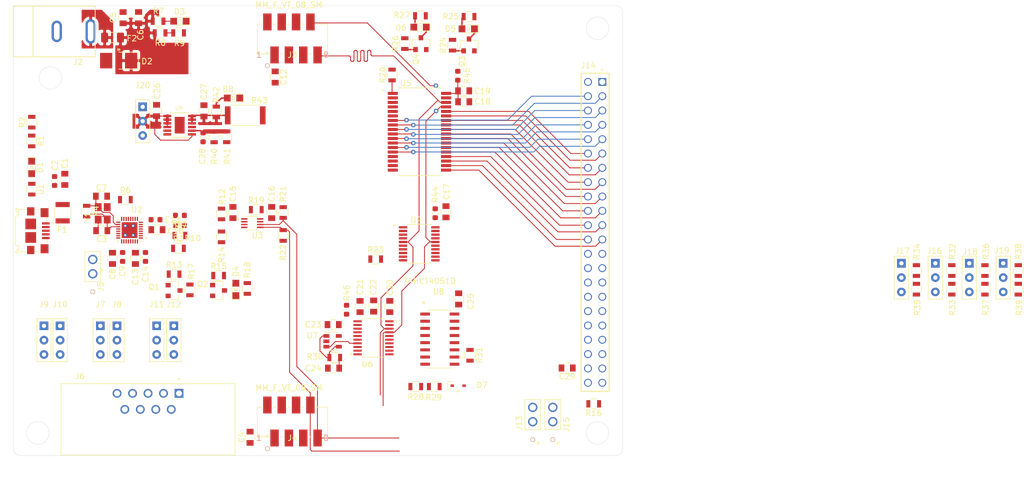
<source format=kicad_pcb>
(kicad_pcb (version 20171130) (host pcbnew "(5.1.0)-1")
  (layers (0 F.Cu signal) (1 In1.Cu power hide) (2 In2.Cu signal) (31 B.Cu signal) (34 B.Paste user) (35 F.Paste user) (36 B.SilkS user) (37 F.SilkS user) (38 B.Mask user) (39 F.Mask user) (44 Edge.Cuts user))
  (net 0 "")
  (net 1 +5V)
  (net 2 GND)
  (net 3 +12V)
  (net 4 +3V3)
  (net 5 VBUS)
  (net 6 "Net-(D1-Pad2)")
  (net 7 "Net-(D3-Pad2)")
  (net 8 /D+)
  (net 9 /D-)
  (net 10 /DAC-A0)
  (net 11 /DAC-A1)
  (net 12 /GPIO-AD0)
  (net 13 /GPIO-AD1)
  (net 14 /GPIO-4)
  (net 15 /GPIO-5)
  (net 16 /GPIO-6)
  (net 17 /GPIO-7)
  (net 18 /GPIO-8)
  (net 19 /GPIO-9)
  (net 20 /GPIO-10)
  (net 21 /GPIO-11)
  (net 22 /GPIO-12)
  (net 23 /GPIO-13)
  (net 24 /GPIO-14)
  (net 25 /GPIO-15)
  (net 26 /GPIO-16)
  (net 27 /GPIO-17)
  (net 28 /GPIO-18)
  (net 29 /GPIO-19)
  (net 30 /GPIO-20)
  (net 31 /GPIO-21)
  (net 32 /GPIO-22)
  (net 33 /VOUT-1)
  (net 34 /VOUT-2)
  (net 35 /VOUT-3)
  (net 36 /VOUT-4)
  (net 37 /VOUT-5)
  (net 38 /VOUT-6)
  (net 39 /VOUT-7)
  (net 40 /VOUT-8)
  (net 41 /ADC2)
  (net 42 /ADC1)
  (net 43 /Analog-MUX2)
  (net 44 /Analog-MUX1)
  (net 45 /Analog-MUX4)
  (net 46 /Analog-MUX3)
  (net 47 /FT-GPIO3)
  (net 48 /DAC-LDAC)
  (net 49 /FT-GPIO2)
  (net 50 /ADC4)
  (net 51 /GPIO-23)
  (net 52 /GPIO-24)
  (net 53 /SCL)
  (net 54 /SDA)
  (net 55 /FT-VPP)
  (net 56 /GPIO-26)
  (net 57 /GPIO-28)
  (net 58 /GPIO-25)
  (net 59 /GPIO-27)
  (net 60 "Net-(D4-Pad2)")
  (net 61 "Net-(D4-Pad1)")
  (net 62 "Net-(D5-Pad1)")
  (net 63 "Net-(D5-Pad2)")
  (net 64 /CANL-)
  (net 65 /CANH+)
  (net 66 "/ADC Circuitry/Analog-MUX3")
  (net 67 "/ADC Circuitry/Analog-MUX1")
  (net 68 "/ADC Circuitry/Analog-MUX2")
  (net 69 "/ADC Circuitry/Analog-MUX4")
  (net 70 /Analog-MUX6)
  (net 71 /Analog-MUX5)
  (net 72 "/ADC Circuitry/ADC3")
  (net 73 /Analog-MUX7)
  (net 74 "/VBus Power/Lin-IN")
  (net 75 /SDA-FT)
  (net 76 /SCL-FT)
  (net 77 "Net-(C3-Pad1)")
  (net 78 "Net-(C7-Pad1)")
  (net 79 "Net-(C22-Pad1)")
  (net 80 "Net-(D6-Pad1)")
  (net 81 "Net-(D6-Pad2)")
  (net 82 "Net-(D7-Pad1)")
  (net 83 "Net-(F1-Pad2)")
  (net 84 "Net-(F2-Pad1)")
  (net 85 /ADC-CA0)
  (net 86 /ADC-CA1)
  (net 87 "Net-(R3-Pad1)")
  (net 88 "Net-(R5-Pad1)")
  (net 89 "Net-(R6-Pad1)")
  (net 90 "Net-(R10-Pad2)")
  (net 91 "Net-(R11-Pad2)")
  (net 92 "Net-(R20-Pad1)")
  (net 93 "Net-(U2-Pad17)")
  (net 94 "Net-(U2-Pad8)")
  (net 95 "Net-(U2-Pad32)")
  (net 96 "Net-(U2-Pad31)")
  (net 97 "Net-(U2-Pad12)")
  (net 98 "Net-(U2-Pad11)")
  (net 99 "Net-(U2-Pad10)")
  (net 100 "Net-(U2-Pad9)")
  (net 101 "Net-(D8-Pad2)")
  (net 102 "Net-(C16-Pad1)")
  (net 103 "Net-(C17-Pad1)")
  (net 104 "Net-(C18-Pad1)")
  (net 105 "Net-(C20-Pad1)")
  (net 106 "/ADC Circuitry/ADCIN")
  (net 107 "Net-(C27-Pad1)")
  (net 108 "Net-(C28-Pad1)")
  (net 109 /CAN_AWAY-)
  (net 110 /CAN_AWAY+)
  (net 111 "Net-(J6-Pad5)")
  (net 112 "Net-(J6-Pad4)")
  (net 113 "Net-(J6-Pad1)")
  (net 114 "Net-(J6-Pad9)")
  (net 115 "Net-(J6-Pad8)")
  (net 116 "Net-(J16-Pad3)")
  (net 117 "Net-(J17-Pad3)")
  (net 118 "Net-(J18-Pad3)")
  (net 119 "Net-(J19-Pad3)")
  (net 120 "/ADC Circuitry/Analog-MUX8")
  (net 121 "Net-(R30-Pad2)")
  (net 122 "Net-(U6-Pad7)")
  (net 123 "Net-(U6-Pad10)")
  (net 124 "Net-(U6-Pad11)")
  (net 125 "Net-(U6-Pad19)")
  (net 126 "Net-(U9-Pad5)")
  (net 127 /GPIO-31)
  (net 128 /GPIO-30)
  (net 129 /GPIO-29)
  (module footprints:SOP80P1030X264-36N (layer F.Cu) (at 144.5304 56.8009)
    (fp_text reference U5 (at -2.415 -8.587) (layer F.SilkS))
    (fp_text value MAX7300AAXT)
    (pad 36 smd rect (at 4.72 -6.8) (size 1.79 0.54) (layers F.Cu F.Paste F.Mask) (net 104 "Net-(C18-Pad1)"))
    (pad 35 smd rect (at 4.72 -6) (size 1.79 0.54) (layers F.Cu F.Paste F.Mask) (net 13 /GPIO-AD1))
    (pad 34 smd rect (at 4.72 -5.2) (size 1.79 0.54) (layers F.Cu F.Paste F.Mask) (net 53 /SCL))
    (pad 33 smd rect (at 4.72 -4.4) (size 1.79 0.54) (layers F.Cu F.Paste F.Mask) (net 54 /SDA))
    (pad 32 smd rect (at 4.72 -3.6) (size 1.79 0.54) (layers F.Cu F.Paste F.Mask) (net 14 /GPIO-4))
    (pad 31 smd rect (at 4.72 -2.8) (size 1.79 0.54) (layers F.Cu F.Paste F.Mask) (net 127 /GPIO-31))
    (pad 30 smd rect (at 4.72 -2) (size 1.79 0.54) (layers F.Cu F.Paste F.Mask) (net 15 /GPIO-5))
    (pad 29 smd rect (at 4.72 -1.2) (size 1.79 0.54) (layers F.Cu F.Paste F.Mask) (net 128 /GPIO-30))
    (pad 28 smd rect (at 4.72 -0.4) (size 1.79 0.54) (layers F.Cu F.Paste F.Mask) (net 16 /GPIO-6))
    (pad 27 smd rect (at 4.72 0.4) (size 1.79 0.54) (layers F.Cu F.Paste F.Mask) (net 129 /GPIO-29))
    (pad 26 smd rect (at 4.72 1.2) (size 1.79 0.54) (layers F.Cu F.Paste F.Mask) (net 17 /GPIO-7))
    (pad 25 smd rect (at 4.72 2) (size 1.79 0.54) (layers F.Cu F.Paste F.Mask) (net 57 /GPIO-28))
    (pad 24 smd rect (at 4.72 2.8) (size 1.79 0.54) (layers F.Cu F.Paste F.Mask) (net 59 /GPIO-27))
    (pad 23 smd rect (at 4.72 3.6) (size 1.79 0.54) (layers F.Cu F.Paste F.Mask) (net 56 /GPIO-26))
    (pad 22 smd rect (at 4.72 4.4) (size 1.79 0.54) (layers F.Cu F.Paste F.Mask) (net 58 /GPIO-25))
    (pad 21 smd rect (at 4.72 5.2) (size 1.79 0.54) (layers F.Cu F.Paste F.Mask) (net 52 /GPIO-24))
    (pad 20 smd rect (at 4.72 6) (size 1.79 0.54) (layers F.Cu F.Paste F.Mask) (net 51 /GPIO-23))
    (pad 19 smd rect (at 4.72 6.8) (size 1.79 0.54) (layers F.Cu F.Paste F.Mask) (net 32 /GPIO-22))
    (pad 18 smd rect (at -4.72 6.8) (size 1.79 0.54) (layers F.Cu F.Paste F.Mask) (net 31 /GPIO-21))
    (pad 17 smd rect (at -4.72 6) (size 1.79 0.54) (layers F.Cu F.Paste F.Mask) (net 30 /GPIO-20))
    (pad 16 smd rect (at -4.72 5.2) (size 1.79 0.54) (layers F.Cu F.Paste F.Mask) (net 29 /GPIO-19))
    (pad 15 smd rect (at -4.72 4.4) (size 1.79 0.54) (layers F.Cu F.Paste F.Mask) (net 28 /GPIO-18))
    (pad 14 smd rect (at -4.72 3.6) (size 1.79 0.54) (layers F.Cu F.Paste F.Mask) (net 27 /GPIO-17))
    (pad 13 smd rect (at -4.72 2.8) (size 1.79 0.54) (layers F.Cu F.Paste F.Mask) (net 26 /GPIO-16))
    (pad 12 smd rect (at -4.72 2) (size 1.79 0.54) (layers F.Cu F.Paste F.Mask) (net 25 /GPIO-15))
    (pad 11 smd rect (at -4.72 1.2) (size 1.79 0.54) (layers F.Cu F.Paste F.Mask) (net 21 /GPIO-11))
    (pad 10 smd rect (at -4.72 0.4) (size 1.79 0.54) (layers F.Cu F.Paste F.Mask) (net 24 /GPIO-14))
    (pad 9 smd rect (at -4.72 -0.4) (size 1.79 0.54) (layers F.Cu F.Paste F.Mask) (net 20 /GPIO-10))
    (pad 8 smd rect (at -4.72 -1.2) (size 1.79 0.54) (layers F.Cu F.Paste F.Mask) (net 23 /GPIO-13))
    (pad 7 smd rect (at -4.72 -2) (size 1.79 0.54) (layers F.Cu F.Paste F.Mask) (net 19 /GPIO-9))
    (pad 6 smd rect (at -4.72 -2.8) (size 1.79 0.54) (layers F.Cu F.Paste F.Mask) (net 22 /GPIO-12))
    (pad 5 smd rect (at -4.72 -3.6) (size 1.79 0.54) (layers F.Cu F.Paste F.Mask) (net 18 /GPIO-8))
    (pad 4 smd rect (at -4.72 -4.4) (size 1.79 0.54) (layers F.Cu F.Paste F.Mask) (net 12 /GPIO-AD0))
    (pad 3 smd rect (at -4.72 -5.2) (size 1.79 0.54) (layers F.Cu F.Paste F.Mask) (net 2 GND))
    (pad 2 smd rect (at -4.72 -6) (size 1.79 0.54) (layers F.Cu F.Paste F.Mask) (net 2 GND))
    (pad 1 smd rect (at -4.72 -6.8) (size 1.79 0.54) (layers F.Cu F.Paste F.Mask) (net 92 "Net-(R20-Pad1)"))
  )
  (module footprints:C_0805_OEM (layer F.Cu) (at 81.72958 65.2399 90)
    (fp_text reference C1 (at 2.87528 0.01778 90) (layer F.SilkS))
    (fp_text value C_4.7uF_25V hide)
    (pad 2 smd rect (at 1 0 90) (size 1 1.25) (layers F.Cu F.Paste F.Mask) (net 2 GND))
    (pad 1 smd rect (at -1 0 90) (size 1 1.25) (layers F.Cu F.Paste F.Mask) (net 1 +5V))
  )
  (module footprints:C_0603_1608Metric (layer F.Cu) (at 79.91602 65.53454 90)
    (fp_text reference C2 (at 2.76606 0.07874 90) (layer F.SilkS))
    (fp_text value C_100nF)
    (pad 2 smd roundrect (at 0.7875 0 90) (size 0.875 0.95) (layers F.Cu F.Paste F.Mask) (net 2 GND))
    (pad 1 smd roundrect (at -0.7875 0 90) (size 0.875 0.95) (layers F.Cu F.Paste F.Mask) (net 1 +5V))
  )
  (module footprints:C_0805_OEM (layer F.Cu) (at 92.0496 36.5887 90)
    (fp_text reference C5 (at 0.0127 -1.7526 90) (layer F.SilkS))
    (fp_text value C_10uF_50V hide)
    (pad 2 smd rect (at 1 0 90) (size 1 1.25) (layers F.Cu F.Paste F.Mask) (net 2 GND))
    (pad 1 smd rect (at -1 0 90) (size 1 1.25) (layers F.Cu F.Paste F.Mask) (net 3 +12V))
  )
  (module footprints:C_0805_OEM (layer F.Cu) (at 94.7928 36.576 90)
    (fp_text reference C6 (at -3.048 0.3302 90) (layer F.SilkS))
    (fp_text value C_10uF_50V hide)
    (pad 2 smd rect (at 1 0 90) (size 1 1.25) (layers F.Cu F.Paste F.Mask) (net 2 GND))
    (pad 1 smd rect (at -1 0 90) (size 1 1.25) (layers F.Cu F.Paste F.Mask) (net 3 +12V))
  )
  (module footprints:C_0805_OEM (layer F.Cu) (at 90.17 79.248 270)
    (fp_text reference C8 (at 2.794 0 270) (layer F.SilkS))
    (fp_text value C_4.7uF_25V hide)
    (pad 2 smd rect (at 1 0 270) (size 1 1.25) (layers F.Cu F.Paste F.Mask) (net 2 GND))
    (pad 1 smd rect (at -1 0 270) (size 1 1.25) (layers F.Cu F.Paste F.Mask) (net 4 +3V3))
  )
  (module footprints:C_0603_1608Metric (layer F.Cu) (at 91.96832 78.994 270)
    (fp_text reference C9 (at 2.54 0.02032 270) (layer F.SilkS))
    (fp_text value C_100nF)
    (pad 2 smd roundrect (at 0.7875 0 270) (size 0.875 0.95) (layers F.Cu F.Paste F.Mask) (net 2 GND))
    (pad 1 smd roundrect (at -0.7875 0 270) (size 0.875 0.95) (layers F.Cu F.Paste F.Mask) (net 4 +3V3))
  )
  (module footprints:C_0805_OEM (layer F.Cu) (at 88.265 74.3331 180)
    (fp_text reference C3 (at 0 -1.5 180) (layer F.SilkS))
    (fp_text value C_30pF hide)
    (pad 2 smd rect (at 1 0 180) (size 1 1.25) (layers F.Cu F.Paste F.Mask) (net 2 GND))
    (pad 1 smd rect (at -1 0 180) (size 1 1.25) (layers F.Cu F.Paste F.Mask) (net 77 "Net-(C3-Pad1)"))
  )
  (module footprints:C_0805_OEM (layer F.Cu) (at 88.2269 68.2244)
    (fp_text reference C7 (at 0 -1.5) (layer F.SilkS))
    (fp_text value C_30pF hide)
    (pad 2 smd rect (at 1 0) (size 1 1.25) (layers F.Cu F.Paste F.Mask) (net 2 GND))
    (pad 1 smd rect (at -1 0) (size 1 1.25) (layers F.Cu F.Paste F.Mask) (net 78 "Net-(C7-Pad1)"))
  )
  (module footprints:C_0805_OEM (layer F.Cu) (at 118.364 71.12 90)
    (fp_text reference C16 (at 3.302 0 90) (layer F.SilkS))
    (fp_text value C_100pF hide)
    (pad 2 smd rect (at 1 0 90) (size 1 1.25) (layers F.Cu F.Paste F.Mask) (net 2 GND))
    (pad 1 smd rect (at -1 0 90) (size 1 1.25) (layers F.Cu F.Paste F.Mask) (net 102 "Net-(C16-Pad1)"))
  )
  (module footprints:C_0805_OEM (layer F.Cu) (at 149.225 70.993 90)
    (fp_text reference C17 (at 3.556 0.127 90) (layer F.SilkS))
    (fp_text value C_10uF_16V hide)
    (pad 2 smd rect (at 1 0 90) (size 1 1.25) (layers F.Cu F.Paste F.Mask) (net 2 GND))
    (pad 1 smd rect (at -1 0 90) (size 1 1.25) (layers F.Cu F.Paste F.Mask) (net 103 "Net-(C17-Pad1)"))
  )
  (module footprints:C_0805_OEM (layer F.Cu) (at 152.36698 51.48834)
    (fp_text reference C18 (at 3.33502 -0.04064) (layer F.SilkS))
    (fp_text value C_0.1uF hide)
    (pad 2 smd rect (at 1 0) (size 1 1.25) (layers F.Cu F.Paste F.Mask) (net 2 GND))
    (pad 1 smd rect (at -1 0) (size 1 1.25) (layers F.Cu F.Paste F.Mask) (net 104 "Net-(C18-Pad1)"))
  )
  (module footprints:C_0805_OEM (layer F.Cu) (at 152.35428 49.5554)
    (fp_text reference C19 (at 3.30708 0.04572) (layer F.SilkS))
    (fp_text value C_10uF_25V hide)
    (pad 2 smd rect (at 1 0) (size 1 1.25) (layers F.Cu F.Paste F.Mask) (net 2 GND))
    (pad 1 smd rect (at -1 0) (size 1 1.25) (layers F.Cu F.Paste F.Mask) (net 104 "Net-(C18-Pad1)"))
  )
  (module footprints:C_0805_OEM (layer F.Cu) (at 139.2809 87.77986 90)
    (fp_text reference C20 (at 3.35534 0.0381 90) (layer F.SilkS))
    (fp_text value C_10uF_16V hide)
    (pad 2 smd rect (at 1 0 90) (size 1 1.25) (layers F.Cu F.Paste F.Mask) (net 2 GND))
    (pad 1 smd rect (at -1 0 90) (size 1 1.25) (layers F.Cu F.Paste F.Mask) (net 105 "Net-(C20-Pad1)"))
  )
  (module footprints:LED_0805_OEM (layer F.Cu) (at 75.8571 63.1317 270)
    (fp_text reference D1 (at 0 -1.45 270) (layer F.SilkS))
    (fp_text value LED_0805 hide)
    (pad 1 smd rect (at -1.1 0 90) (size 1.2 1.2) (layers F.Cu F.Paste F.Mask) (net 2 GND))
    (pad 2 smd rect (at 1.1 0 90) (size 1.2 1.2) (layers F.Cu F.Paste F.Mask) (net 6 "Net-(D1-Pad2)"))
  )
  (module footprints:LED_0805_OEM (layer F.Cu) (at 102.108 37.211 180)
    (fp_text reference D3 (at 0.0508 1.6891 180) (layer F.SilkS))
    (fp_text value LED_0805 hide)
    (pad 1 smd rect (at -1.1 0) (size 1.2 1.2) (layers F.Cu F.Paste F.Mask) (net 2 GND))
    (pad 2 smd rect (at 1.1 0) (size 1.2 1.2) (layers F.Cu F.Paste F.Mask) (net 7 "Net-(D3-Pad2)"))
  )
  (module footprints:LED_0805_OEM (layer F.Cu) (at 112.014 84.752 90)
    (fp_text reference D4 (at 3.218 0 90) (layer F.SilkS))
    (fp_text value LED_0805_Red hide)
    (pad 1 smd rect (at -1.1 0 270) (size 1.2 1.2) (layers F.Cu F.Paste F.Mask) (net 61 "Net-(D4-Pad1)"))
    (pad 2 smd rect (at 1.1 0 270) (size 1.2 1.2) (layers F.Cu F.Paste F.Mask) (net 60 "Net-(D4-Pad2)"))
  )
  (module footprints:LED_0805_OEM (layer F.Cu) (at 153.16454 38.56228 180)
    (fp_text reference D5 (at 3.15976 0 180) (layer F.SilkS))
    (fp_text value LED_0805_Amber hide)
    (pad 1 smd rect (at -1.1 0) (size 1.2 1.2) (layers F.Cu F.Paste F.Mask) (net 62 "Net-(D5-Pad1)"))
    (pad 2 smd rect (at 1.1 0) (size 1.2 1.2) (layers F.Cu F.Paste F.Mask) (net 63 "Net-(D5-Pad2)"))
  )
  (module footprints:LED_0805_OEM (layer F.Cu) (at 144.63522 38.26002 180)
    (fp_text reference D6 (at 3.36804 -0.1016 180) (layer F.SilkS))
    (fp_text value LED_0805_Amber hide)
    (pad 1 smd rect (at -1.1 0) (size 1.2 1.2) (layers F.Cu F.Paste F.Mask) (net 80 "Net-(D6-Pad1)"))
    (pad 2 smd rect (at 1.1 0) (size 1.2 1.2) (layers F.Cu F.Paste F.Mask) (net 81 "Net-(D6-Pad2)"))
  )
  (module footprints:Fuse_1206 (layer F.Cu) (at 90.1857 40.1066)
    (fp_text reference F2 (at 3.4133 0.1524) (layer F.SilkS))
    (fp_text value 1.5A_Fuse)
    (pad 2 smd roundrect (at 1.4 0) (size 1.25 1.75) (layers F.Cu F.Paste F.Mask) (roundrect_rratio 0.2) (net 3 +12V))
    (pad 1 smd roundrect (at -1.4 0) (size 1.25 1.75) (layers F.Cu F.Paste F.Mask) (roundrect_rratio 0.2) (net 84 "Net-(F2-Pad1)"))
  )
  (module footprints:TE_1981568-1 (layer F.Cu) (at 75.692 74.3458 270)
    (fp_text reference J1 (at -1.25587 -4.83341 90) (layer F.SilkS) (effects (font (size 1.000709 1.000709) (thickness 0.015))))
    (fp_text value USB-Micro-1981568-1)
    (pad 1 smd rect (at -1.3 -2.675 270) (size 0.4 1.35) (layers F.Cu F.Paste F.Mask) (net 83 "Net-(F1-Pad2)"))
    (pad 2 smd rect (at -0.65 -2.675 270) (size 0.4 1.35) (layers F.Cu F.Paste F.Mask) (net 9 /D-))
    (pad 3 smd rect (at 0 -2.675 270) (size 0.4 1.35) (layers F.Cu F.Paste F.Mask) (net 8 /D+))
    (pad 4 smd rect (at 0.65 -2.675 270) (size 0.4 1.35) (layers F.Cu F.Paste F.Mask) (net 2 GND))
    (pad 5 smd rect (at 1.3 -2.675 270) (size 0.4 1.35) (layers F.Cu F.Paste F.Mask) (net 2 GND))
    (pad 6 smd rect (at -3.2 -2.45 270) (size 1.6 1.4) (layers F.Cu F.Paste F.Mask) (net 2 GND))
    (pad 7 smd rect (at 3.2 -2.45 270) (size 1.6 1.4) (layers F.Cu F.Paste F.Mask) (net 2 GND))
    (pad 8 smd rect (at 3.425 0 270) (size 1.45 1.3) (layers F.Cu F.Paste F.Mask) (net 2 GND))
    (pad 9 smd rect (at -3.425 0 270) (size 1.45 1.3) (layers F.Cu F.Paste F.Mask) (net 2 GND))
    (pad 10 smd rect (at -1.2 0 270) (size 1.9 1.9) (layers F.Cu F.Paste F.Mask) (net 2 GND))
    (pad 11 smd rect (at 1.2 0 270) (size 1.9 1.9) (layers F.Cu F.Paste F.Mask) (net 2 GND))
  )
  (module footprints:barrel_jack_PJ-037A (layer F.Cu) (at 86.3092 39.0144)
    (fp_text reference J2 (at -2.2352 5.4356) (layer F.SilkS))
    (fp_text value Barrel_jack)
    (pad 2 thru_hole oval (at -6 0) (size 1.8 3.8) (drill oval 1 3) (layers *.Cu *.Mask) (net 2 GND))
    (pad 1 thru_hole oval (at 0 0) (size 1.8 4.3) (drill oval 1 3.5) (layers *.Cu *.Mask) (net 84 "Net-(F2-Pad1)"))
  )
  (module footprints:PinHeader_1x03_P2.54mm_Vertical (layer F.Cu) (at 97.99828 91.2114)
    (fp_text reference J11 (at 0 -3.81) (layer F.SilkS))
    (fp_text value CONN_01X03)
    (pad 3 thru_hole circle (at 0 5.08) (size 1.524 1.524) (drill 0.762) (layers *.Cu *.Mask) (net 2 GND))
    (pad 2 thru_hole circle (at 0 2.54) (size 1.524 1.524) (drill 0.762) (layers *.Cu *.Mask) (net 85 /ADC-CA0))
    (pad 1 thru_hole rect (at 0 0) (size 1.524 1.524) (drill 0.762) (layers *.Cu *.Mask) (net 5 VBUS))
  )
  (module footprints:PinHeader_1x03_P2.54mm_Vertical (layer F.Cu) (at 101.03358 91.2114)
    (fp_text reference J12 (at 0 -3.81) (layer F.SilkS))
    (fp_text value CONN_01X03)
    (pad 3 thru_hole circle (at 0 5.08) (size 1.524 1.524) (drill 0.762) (layers *.Cu *.Mask) (net 2 GND))
    (pad 2 thru_hole circle (at 0 2.54) (size 1.524 1.524) (drill 0.762) (layers *.Cu *.Mask) (net 86 /ADC-CA1))
    (pad 1 thru_hole rect (at 0 0) (size 1.524 1.524) (drill 0.762) (layers *.Cu *.Mask) (net 5 VBUS))
  )
  (module footprints:SOT-23F (layer F.Cu) (at 108.9492 84.9351)
    (fp_text reference Q2 (at -2.7772 -1.1151) (layer F.SilkS))
    (fp_text value SSM3K333R hide)
    (pad 3 smd rect (at 1.05 0) (size 0.9 0.8) (layers F.Cu F.Paste F.Mask) (net 61 "Net-(D4-Pad1)"))
    (pad 2 smd rect (at -1.05 0.95) (size 0.9 0.8) (layers F.Cu F.Paste F.Mask) (net 2 GND))
    (pad 1 smd rect (at -1.05 -0.95) (size 0.9 0.8) (layers F.Cu F.Paste F.Mask) (net 47 /FT-GPIO3))
  )
  (module footprints:SOT-23F (layer F.Cu) (at 101.0793 84.9503)
    (fp_text reference Q1 (at -3.5433 -0.6223) (layer F.SilkS))
    (fp_text value SSM3K333R hide)
    (pad 3 smd rect (at 1.05 0) (size 0.9 0.8) (layers F.Cu F.Paste F.Mask) (net 48 /DAC-LDAC))
    (pad 2 smd rect (at -1.05 0.95) (size 0.9 0.8) (layers F.Cu F.Paste F.Mask) (net 2 GND))
    (pad 1 smd rect (at -1.05 -0.95) (size 0.9 0.8) (layers F.Cu F.Paste F.Mask) (net 49 /FT-GPIO2))
  )
  (module footprints:SOT-23F (layer F.Cu) (at 153.30932 41.40962 90)
    (fp_text reference Q3 (at -2.8956 -1.2065 90) (layer F.SilkS))
    (fp_text value SSM3K333R hide)
    (pad 3 smd rect (at 1.05 0 90) (size 0.9 0.8) (layers F.Cu F.Paste F.Mask) (net 62 "Net-(D5-Pad1)"))
    (pad 2 smd rect (at -1.05 0.95 90) (size 0.9 0.8) (layers F.Cu F.Paste F.Mask) (net 2 GND))
    (pad 1 smd rect (at -1.05 -0.95 90) (size 0.9 0.8) (layers F.Cu F.Paste F.Mask) (net 18 /GPIO-8))
  )
  (module footprints:SOT-23F (layer F.Cu) (at 144.78762 41.1861 90)
    (fp_text reference Q4 (at -2.77114 -0.84074 90) (layer F.SilkS))
    (fp_text value SSM3K333R hide)
    (pad 3 smd rect (at 1.05 0 90) (size 0.9 0.8) (layers F.Cu F.Paste F.Mask) (net 80 "Net-(D6-Pad1)"))
    (pad 2 smd rect (at -1.05 0.95 90) (size 0.9 0.8) (layers F.Cu F.Paste F.Mask) (net 2 GND))
    (pad 1 smd rect (at -1.05 -0.95 90) (size 0.9 0.8) (layers F.Cu F.Paste F.Mask) (net 22 /GPIO-12))
  )
  (module footprints:R_0805_OEM (layer F.Cu) (at 101.854 77.47)
    (fp_text reference R3 (at 0 -1.65) (layer F.SilkS))
    (fp_text value R_10K hide)
    (pad 2 smd rect (at 0.95 0) (size 0.7 1.3) (layers F.Cu F.Paste F.Mask) (net 4 +3V3))
    (pad 1 smd rect (at -0.95 0) (size 0.7 1.3) (layers F.Cu F.Paste F.Mask) (net 87 "Net-(R3-Pad1)"))
  )
  (module footprints:R_0805_OEM (layer F.Cu) (at 102.108 75.184)
    (fp_text reference R5 (at 0 -1.65) (layer F.SilkS))
    (fp_text value R_10K hide)
    (pad 2 smd rect (at 0.95 0) (size 0.7 1.3) (layers F.Cu F.Paste F.Mask) (net 4 +3V3))
    (pad 1 smd rect (at -0.95 0) (size 0.7 1.3) (layers F.Cu F.Paste F.Mask) (net 88 "Net-(R5-Pad1)"))
  )
  (module footprints:R_0603_1608Metric (layer F.Cu) (at 102.108 73.406 180)
    (fp_text reference R10 (at -2.286 -2.286 180) (layer F.SilkS))
    (fp_text value R_0)
    (pad 2 smd roundrect (at 0.7875 0 180) (size 0.875 0.95) (layers F.Cu F.Paste F.Mask) (net 90 "Net-(R10-Pad2)"))
    (pad 1 smd roundrect (at -0.7875 0 180) (size 0.875 0.95) (layers F.Cu F.Paste F.Mask) (net 2 GND))
  )
  (module footprints:R_0805_OEM (layer F.Cu) (at 108.966 82.296)
    (fp_text reference R15 (at 0 -1.65) (layer F.SilkS))
    (fp_text value R_10K hide)
    (pad 2 smd rect (at 0.95 0) (size 0.7 1.3) (layers F.Cu F.Paste F.Mask) (net 2 GND))
    (pad 1 smd rect (at -0.95 0) (size 0.7 1.3) (layers F.Cu F.Paste F.Mask) (net 47 /FT-GPIO3))
  )
  (module footprints:R_0603_1608Metric (layer F.Cu) (at 102.108 71.628 180)
    (fp_text reference R11 (at 0 -1.43 180) (layer F.SilkS))
    (fp_text value R_0)
    (pad 2 smd roundrect (at 0.7875 0 180) (size 0.875 0.95) (layers F.Cu F.Paste F.Mask) (net 91 "Net-(R11-Pad2)"))
    (pad 1 smd roundrect (at -0.7875 0 180) (size 0.875 0.95) (layers F.Cu F.Paste F.Mask) (net 2 GND))
  )
  (module footprints:R_0805_OEM (layer F.Cu) (at 101.0793 82.042)
    (fp_text reference R13 (at 0 -1.65) (layer F.SilkS))
    (fp_text value R_10K hide)
    (pad 2 smd rect (at 0.95 0) (size 0.7 1.3) (layers F.Cu F.Paste F.Mask) (net 2 GND))
    (pad 1 smd rect (at -0.95 0) (size 0.7 1.3) (layers F.Cu F.Paste F.Mask) (net 49 /FT-GPIO2))
  )
  (module footprints:R_0805_OEM (layer F.Cu) (at 114.046 84.582 90)
    (fp_text reference R18 (at 3.302 0 90) (layer F.SilkS))
    (fp_text value R_1.91K hide)
    (pad 2 smd rect (at 0.95 0 90) (size 0.7 1.3) (layers F.Cu F.Paste F.Mask) (net 60 "Net-(D4-Pad2)"))
    (pad 1 smd rect (at -0.95 0 90) (size 0.7 1.3) (layers F.Cu F.Paste F.Mask) (net 3 +12V))
  )
  (module footprints:R_0805_OEM (layer F.Cu) (at 103.886 84.836 90)
    (fp_text reference R17 (at 3.302 0.254 90) (layer F.SilkS))
    (fp_text value R_10K hide)
    (pad 2 smd rect (at 0.95 0 90) (size 0.7 1.3) (layers F.Cu F.Paste F.Mask) (net 48 /DAC-LDAC))
    (pad 1 smd rect (at -0.95 0 90) (size 0.7 1.3) (layers F.Cu F.Paste F.Mask) (net 5 VBUS))
  )
  (module footprints:R_0805_OEM (layer F.Cu) (at 136.779 79.375)
    (fp_text reference R23 (at 0 -1.65) (layer F.SilkS))
    (fp_text value R_1K hide)
    (pad 2 smd rect (at 0.95 0) (size 0.7 1.3) (layers F.Cu F.Paste F.Mask) (net 40 /VOUT-8))
    (pad 1 smd rect (at -0.95 0) (size 0.7 1.3) (layers F.Cu F.Paste F.Mask) (net 50 /ADC4))
  )
  (module footprints:R_0805_OEM (layer F.Cu) (at 75.8698 58.4327 270)
    (fp_text reference R1 (at 0 -1.65 270) (layer F.SilkS))
    (fp_text value R_12K hide)
    (pad 2 smd rect (at 0.95 0 270) (size 0.7 1.3) (layers F.Cu F.Paste F.Mask) (net 1 +5V))
    (pad 1 smd rect (at -0.95 0 270) (size 0.7 1.3) (layers F.Cu F.Paste F.Mask) (net 70 /Analog-MUX6))
  )
  (module footprints:R_0805_OEM (layer F.Cu) (at 75.8825 55.1053 90)
    (fp_text reference R2 (at 0 -1.65 90) (layer F.SilkS))
    (fp_text value R_3.01K hide)
    (pad 2 smd rect (at 0.95 0 90) (size 0.7 1.3) (layers F.Cu F.Paste F.Mask) (net 2 GND))
    (pad 1 smd rect (at -0.95 0 90) (size 0.7 1.3) (layers F.Cu F.Paste F.Mask) (net 70 /Analog-MUX6))
  )
  (module footprints:R_0805_OEM (layer F.Cu) (at 85.598 70.8787 270)
    (fp_text reference R4 (at 0 -1.65 270) (layer F.SilkS))
    (fp_text value R_1M hide)
    (pad 2 smd rect (at 0.95 0 270) (size 0.7 1.3) (layers F.Cu F.Paste F.Mask) (net 77 "Net-(C3-Pad1)"))
    (pad 1 smd rect (at -0.95 0 270) (size 0.7 1.3) (layers F.Cu F.Paste F.Mask) (net 78 "Net-(C7-Pad1)"))
  )
  (module footprints:R_0805_OEM (layer F.Cu) (at 92.456 68.834)
    (fp_text reference R6 (at 0 -1.65) (layer F.SilkS))
    (fp_text value R_12K hide)
    (pad 2 smd rect (at 0.95 0) (size 0.7 1.3) (layers F.Cu F.Paste F.Mask) (net 2 GND))
    (pad 1 smd rect (at -0.95 0) (size 0.7 1.3) (layers F.Cu F.Paste F.Mask) (net 89 "Net-(R6-Pad1)"))
  )
  (module footprints:R_0805_OEM (layer F.Cu) (at 98.2447 37.211)
    (fp_text reference R7 (at 0.066 -1.7907) (layer F.SilkS))
    (fp_text value R_1.91K hide)
    (pad 2 smd rect (at 0.95 0) (size 0.7 1.3) (layers F.Cu F.Paste F.Mask) (net 7 "Net-(D3-Pad2)"))
    (pad 1 smd rect (at -0.95 0) (size 0.7 1.3) (layers F.Cu F.Paste F.Mask) (net 3 +12V))
  )
  (module footprints:R_0805_OEM (layer F.Cu) (at 98.6028 39.2811)
    (fp_text reference R8 (at 0.0381 1.7653) (layer F.SilkS))
    (fp_text value R_12K hide)
    (pad 2 smd rect (at 0.95 0) (size 0.7 1.3) (layers F.Cu F.Paste F.Mask) (net 71 /Analog-MUX5))
    (pad 1 smd rect (at -0.95 0) (size 0.7 1.3) (layers F.Cu F.Paste F.Mask) (net 3 +12V))
  )
  (module footprints:R_0805_OEM (layer F.Cu) (at 101.8769 39.2811)
    (fp_text reference R9 (at 0.1676 1.8288) (layer F.SilkS))
    (fp_text value R_3.01K hide)
    (pad 2 smd rect (at 0.95 0) (size 0.7 1.3) (layers F.Cu F.Paste F.Mask) (net 2 GND))
    (pad 1 smd rect (at -0.95 0) (size 0.7 1.3) (layers F.Cu F.Paste F.Mask) (net 71 /Analog-MUX5))
  )
  (module footprints:R_0805_OEM (layer F.Cu) (at 175.387 105.029 180)
    (fp_text reference R16 (at 0 -1.65 180) (layer F.SilkS))
    (fp_text value R_120_DNP hide)
    (pad 2 smd rect (at 0.95 0 180) (size 0.7 1.3) (layers F.Cu F.Paste F.Mask) (net 64 /CANL-))
    (pad 1 smd rect (at -0.95 0 180) (size 0.7 1.3) (layers F.Cu F.Paste F.Mask) (net 65 /CANH+))
  )
  (module footprints:R_0805_OEM (layer F.Cu) (at 139.68222 46.74108 90)
    (fp_text reference R20 (at 0 -1.65 90) (layer F.SilkS))
    (fp_text value R_39K hide)
    (pad 2 smd rect (at 0.95 0 90) (size 0.7 1.3) (layers F.Cu F.Paste F.Mask) (net 2 GND))
    (pad 1 smd rect (at -0.95 0 90) (size 0.7 1.3) (layers F.Cu F.Paste F.Mask) (net 92 "Net-(R20-Pad1)"))
  )
  (module footprints:R_0805_OEM (layer F.Cu) (at 150.39086 41.45788 90)
    (fp_text reference R24 (at 0 -1.65 90) (layer F.SilkS))
    (fp_text value R_10K hide)
    (pad 2 smd rect (at 0.95 0 90) (size 0.7 1.3) (layers F.Cu F.Paste F.Mask) (net 2 GND))
    (pad 1 smd rect (at -0.95 0 90) (size 0.7 1.3) (layers F.Cu F.Paste F.Mask) (net 18 /GPIO-8))
  )
  (module footprints:R_0805_OEM (layer F.Cu) (at 153.30932 36.39058 180)
    (fp_text reference R25 (at 3.23342 0.02286 180) (layer F.SilkS))
    (fp_text value R_1.91K hide)
    (pad 2 smd rect (at 0.95 0 180) (size 0.7 1.3) (layers F.Cu F.Paste F.Mask) (net 63 "Net-(D5-Pad2)"))
    (pad 1 smd rect (at -0.95 0 180) (size 0.7 1.3) (layers F.Cu F.Paste F.Mask) (net 3 +12V))
  )
  (module footprints:R_0805_OEM (layer F.Cu) (at 141.93774 41.17594 90)
    (fp_text reference R26 (at 0 -1.65 90) (layer F.SilkS))
    (fp_text value R_10K hide)
    (pad 2 smd rect (at 0.95 0 90) (size 0.7 1.3) (layers F.Cu F.Paste F.Mask) (net 2 GND))
    (pad 1 smd rect (at -0.95 0 90) (size 0.7 1.3) (layers F.Cu F.Paste F.Mask) (net 22 /GPIO-12))
  )
  (module footprints:R_0805_OEM (layer F.Cu) (at 144.70126 36.25088 180)
    (fp_text reference R27 (at 3.302 0.11938 180) (layer F.SilkS))
    (fp_text value R_1.91K hide)
    (pad 2 smd rect (at 0.95 0 180) (size 0.7 1.3) (layers F.Cu F.Paste F.Mask) (net 81 "Net-(D6-Pad2)"))
    (pad 1 smd rect (at -0.95 0 180) (size 0.7 1.3) (layers F.Cu F.Paste F.Mask) (net 3 +12V))
  )
  (module footprints:R_0805_OEM (layer F.Cu) (at 129.5273 96.8248 180)
    (fp_text reference R30 (at 3.5052 0.1397 180) (layer F.SilkS))
    (fp_text value R_1K hide)
    (pad 2 smd rect (at 0.95 0 180) (size 0.7 1.3) (layers F.Cu F.Paste F.Mask) (net 121 "Net-(R30-Pad2)"))
    (pad 1 smd rect (at -0.95 0 180) (size 0.7 1.3) (layers F.Cu F.Paste F.Mask) (net 106 "/ADC Circuitry/ADCIN"))
  )
  (module footprints:R_0805_OEM (layer F.Cu) (at 153.4795 96.4311 270)
    (fp_text reference R31 (at -0.0381 -1.651 270) (layer F.SilkS))
    (fp_text value R_10K hide)
    (pad 2 smd rect (at 0.95 0 270) (size 0.7 1.3) (layers F.Cu F.Paste F.Mask) (net 28 /GPIO-18))
    (pad 1 smd rect (at -0.95 0 270) (size 0.7 1.3) (layers F.Cu F.Paste F.Mask) (net 29 /GPIO-19))
  )
  (module footprints:R_0805_OEM (layer F.Cu) (at 238.80064 81.40954 270)
    (fp_text reference R32 (at -3.38074 -0.11176 270) (layer F.SilkS))
    (fp_text value R_12K hide)
    (pad 2 smd rect (at 0.95 0 270) (size 0.7 1.3) (layers F.Cu F.Paste F.Mask) (net 116 "Net-(J16-Pad3)"))
    (pad 1 smd rect (at -0.95 0 270) (size 0.7 1.3) (layers F.Cu F.Paste F.Mask) (net 46 /Analog-MUX3))
  )
  (module footprints:R_0805_OEM (layer F.Cu) (at 238.80064 84.709 270)
    (fp_text reference R33 (at 3.2766 -0.11176 270) (layer F.SilkS))
    (fp_text value R_3.01K hide)
    (pad 2 smd rect (at 0.95 0 270) (size 0.7 1.3) (layers F.Cu F.Paste F.Mask) (net 2 GND))
    (pad 1 smd rect (at -0.95 0 270) (size 0.7 1.3) (layers F.Cu F.Paste F.Mask) (net 116 "Net-(J16-Pad3)"))
  )
  (module footprints:R_0805_OEM (layer F.Cu) (at 232.53954 81.40954 270)
    (fp_text reference R34 (at -3.38074 -0.07366 270) (layer F.SilkS))
    (fp_text value R_12K hide)
    (pad 2 smd rect (at 0.95 0 270) (size 0.7 1.3) (layers F.Cu F.Paste F.Mask) (net 117 "Net-(J17-Pad3)"))
    (pad 1 smd rect (at -0.95 0 270) (size 0.7 1.3) (layers F.Cu F.Paste F.Mask) (net 44 /Analog-MUX1))
  )
  (module footprints:R_0805_OEM (layer F.Cu) (at 232.53954 84.709 270)
    (fp_text reference R35 (at 3.2766 -0.17526 270) (layer F.SilkS))
    (fp_text value R_3.01K hide)
    (pad 2 smd rect (at 0.95 0 270) (size 0.7 1.3) (layers F.Cu F.Paste F.Mask) (net 2 GND))
    (pad 1 smd rect (at -0.95 0 270) (size 0.7 1.3) (layers F.Cu F.Paste F.Mask) (net 117 "Net-(J17-Pad3)"))
  )
  (module footprints:R_0805_OEM (layer F.Cu) (at 244.67058 81.40954 270)
    (fp_text reference R36 (at -3.38074 -0.18542 270) (layer F.SilkS))
    (fp_text value R_12K hide)
    (pad 2 smd rect (at 0.95 0 270) (size 0.7 1.3) (layers F.Cu F.Paste F.Mask) (net 118 "Net-(J18-Pad3)"))
    (pad 1 smd rect (at -0.95 0 270) (size 0.7 1.3) (layers F.Cu F.Paste F.Mask) (net 43 /Analog-MUX2))
  )
  (module footprints:R_0805_OEM (layer F.Cu) (at 244.67058 84.709 270)
    (fp_text reference R37 (at 3.2766 -0.13462 270) (layer F.SilkS))
    (fp_text value R_3.01K hide)
    (pad 2 smd rect (at 0.95 0 270) (size 0.7 1.3) (layers F.Cu F.Paste F.Mask) (net 2 GND))
    (pad 1 smd rect (at -0.95 0 270) (size 0.7 1.3) (layers F.Cu F.Paste F.Mask) (net 118 "Net-(J18-Pad3)"))
  )
  (module footprints:R_0805_OEM (layer F.Cu) (at 250.56846 81.40954 270)
    (fp_text reference R38 (at -3.38074 -0.02794 270) (layer F.SilkS))
    (fp_text value R_12K hide)
    (pad 2 smd rect (at 0.95 0 270) (size 0.7 1.3) (layers F.Cu F.Paste F.Mask) (net 119 "Net-(J19-Pad3)"))
    (pad 1 smd rect (at -0.95 0 270) (size 0.7 1.3) (layers F.Cu F.Paste F.Mask) (net 45 /Analog-MUX4))
  )
  (module footprints:FT4222_QFN (layer F.Cu) (at 93.1926 74.2442 180)
    (fp_text reference U2 (at -1.2954 3.6322 180) (layer F.SilkS))
    (fp_text value FT4222H)
    (pad 33 thru_hole circle (at -0.635 0.762 180) (size 0.6096 0.6096) (drill 0.3048) (layers *.Cu *.Mask) (net 2 GND))
    (pad 33 thru_hole circle (at 0.762 0.762 180) (size 0.6096 0.6096) (drill 0.3048) (layers *.Cu *.Mask) (net 2 GND))
    (pad 33 thru_hole circle (at 0.762 -0.889 180) (size 0.6096 0.6096) (drill 0.3048) (layers *.Cu *.Mask) (net 2 GND))
    (pad 33 thru_hole circle (at -0.635 -0.889 180) (size 0.6096 0.6096) (drill 0.3048) (layers *.Cu *.Mask) (net 2 GND))
    (pad 33 smd rect (at 0 0 180) (size 2.8 2.8) (layers F.Cu F.Mask) (net 2 GND))
    (pad 24 smd rect (at 1.995 -1.4 180) (size 0.74 0.22) (layers F.Cu F.Paste F.Mask) (net 2 GND))
    (pad 23 smd rect (at 1.995 -1 180) (size 0.74 0.22) (layers F.Cu F.Paste F.Mask) (net 8 /D+))
    (pad 22 smd rect (at 1.995 -0.6 180) (size 0.74 0.22) (layers F.Cu F.Paste F.Mask) (net 9 /D-))
    (pad 21 smd rect (at 1.995 -0.2 180) (size 0.74 0.22) (layers F.Cu F.Paste F.Mask) (net 89 "Net-(R6-Pad1)"))
    (pad 20 smd rect (at 1.995 0.2 180) (size 0.74 0.22) (layers F.Cu F.Paste F.Mask) (net 2 GND))
    (pad 19 smd rect (at 1.995 0.6 180) (size 0.74 0.22) (layers F.Cu F.Paste F.Mask) (net 77 "Net-(C3-Pad1)"))
    (pad 18 smd rect (at 1.995 1 180) (size 0.74 0.22) (layers F.Cu F.Paste F.Mask) (net 78 "Net-(C7-Pad1)"))
    (pad 17 smd rect (at 1.995 1.4 180) (size 0.74 0.22) (layers F.Cu F.Paste F.Mask) (net 93 "Net-(U2-Pad17)"))
    (pad 8 smd rect (at -1.995 1.4 180) (size 0.74 0.22) (layers F.Cu F.Paste F.Mask) (net 94 "Net-(U2-Pad8)"))
    (pad 7 smd rect (at -1.995 1 180) (size 0.74 0.22) (layers F.Cu F.Paste F.Mask) (net 4 +3V3))
    (pad 6 smd rect (at -1.995 0.6 180) (size 0.74 0.22) (layers F.Cu F.Paste F.Mask) (net 2 GND))
    (pad 5 smd rect (at -1.995 0.2 180) (size 0.74 0.22) (layers F.Cu F.Paste F.Mask) (net 91 "Net-(R11-Pad2)"))
    (pad 4 smd rect (at -1.995 -0.2 180) (size 0.74 0.22) (layers F.Cu F.Paste F.Mask) (net 90 "Net-(R10-Pad2)"))
    (pad 3 smd rect (at -1.995 -0.6 180) (size 0.74 0.22) (layers F.Cu F.Paste F.Mask) (net 88 "Net-(R5-Pad1)"))
    (pad 2 smd rect (at -1.995 -1 180) (size 0.74 0.22) (layers F.Cu F.Paste F.Mask) (net 87 "Net-(R3-Pad1)"))
    (pad 1 smd rect (at -1.995 -1.4 180) (size 0.74 0.22) (layers F.Cu F.Paste F.Mask) (net 4 +3V3))
    (pad 32 smd rect (at -1.4 -1.995 180) (size 0.22 0.74) (layers F.Cu F.Paste F.Mask) (net 95 "Net-(U2-Pad32)"))
    (pad 31 smd rect (at -1 -1.995 180) (size 0.22 0.74) (layers F.Cu F.Paste F.Mask) (net 96 "Net-(U2-Pad31)"))
    (pad 30 smd rect (at -0.6 -1.995 180) (size 0.22 0.74) (layers F.Cu F.Paste F.Mask) (net 1 +5V))
    (pad 29 smd rect (at -0.2 -1.995 180) (size 0.22 0.74) (layers F.Cu F.Paste F.Mask) (net 55 /FT-VPP))
    (pad 28 smd rect (at 0.2 -1.995 180) (size 0.22 0.74) (layers F.Cu F.Paste F.Mask) (net 2 GND))
    (pad 27 smd rect (at 0.6 -1.995 180) (size 0.22 0.74) (layers F.Cu F.Paste F.Mask) (net 2 GND))
    (pad 26 smd rect (at 1 -1.995 180) (size 0.22 0.74) (layers F.Cu F.Paste F.Mask) (net 1 +5V))
    (pad 25 smd rect (at 1.4 -1.995 180) (size 0.22 0.74) (layers F.Cu F.Paste F.Mask) (net 4 +3V3))
    (pad 16 smd rect (at 1.4 1.995 180) (size 0.22 0.74) (layers F.Cu F.Paste F.Mask) (net 47 /FT-GPIO3))
    (pad 15 smd rect (at 1 1.995 180) (size 0.22 0.74) (layers F.Cu F.Paste F.Mask) (net 49 /FT-GPIO2))
    (pad 14 smd rect (at 0.6 1.995 180) (size 0.22 0.74) (layers F.Cu F.Paste F.Mask) (net 75 /SDA-FT))
    (pad 13 smd rect (at 0.2 1.995 180) (size 0.22 0.74) (layers F.Cu F.Paste F.Mask) (net 76 /SCL-FT))
    (pad 12 smd rect (at -0.2 1.995 180) (size 0.22 0.74) (layers F.Cu F.Paste F.Mask) (net 97 "Net-(U2-Pad12)"))
    (pad 11 smd rect (at -0.6 1.995 180) (size 0.22 0.74) (layers F.Cu F.Paste F.Mask) (net 98 "Net-(U2-Pad11)"))
    (pad 10 smd rect (at -1 1.995 180) (size 0.22 0.74) (layers F.Cu F.Paste F.Mask) (net 99 "Net-(U2-Pad10)"))
    (pad 9 smd rect (at -1.4 1.995 180) (size 0.22 0.74) (layers F.Cu F.Paste F.Mask) (net 100 "Net-(U2-Pad9)"))
  )
  (module footprints:SOP65P640X120-20N_AD (layer F.Cu) (at 144.4879 76.6699)
    (fp_text reference U4 (at -0.545 -4.262) (layer F.SilkS))
    (fp_text value AD5675)
    (pad 20 smd rect (at 2.87 -2.925) (size 1.47 0.41) (layers F.Cu F.Paste F.Mask) (net 35 /VOUT-3))
    (pad 19 smd rect (at 2.87 -2.275) (size 1.47 0.41) (layers F.Cu F.Paste F.Mask) (net 36 /VOUT-4))
    (pad 18 smd rect (at 2.87 -1.625) (size 1.47 0.41) (layers F.Cu F.Paste F.Mask) (net 103 "Net-(C17-Pad1)"))
    (pad 17 smd rect (at 2.87 -0.975) (size 1.47 0.41) (layers F.Cu F.Paste F.Mask) (net 5 VBUS))
    (pad 16 smd rect (at 2.87 -0.325) (size 1.47 0.41) (layers F.Cu F.Paste F.Mask) (net 54 /SDA))
    (pad 15 smd rect (at 2.87 0.325) (size 1.47 0.41) (layers F.Cu F.Paste F.Mask) (net 48 /DAC-LDAC))
    (pad 14 smd rect (at 2.87 0.975) (size 1.47 0.41) (layers F.Cu F.Paste F.Mask) (net 2 GND))
    (pad 13 smd rect (at 2.87 1.625) (size 1.47 0.41) (layers F.Cu F.Paste F.Mask) (net 2 GND))
    (pad 12 smd rect (at 2.87 2.275) (size 1.47 0.41) (layers F.Cu F.Paste F.Mask) (net 37 /VOUT-5))
    (pad 11 smd rect (at 2.87 2.925) (size 1.47 0.41) (layers F.Cu F.Paste F.Mask) (net 38 /VOUT-6))
    (pad 10 smd rect (at -2.87 2.925) (size 1.47 0.41) (layers F.Cu F.Paste F.Mask) (net 39 /VOUT-7))
    (pad 9 smd rect (at -2.87 2.275) (size 1.47 0.41) (layers F.Cu F.Paste F.Mask) (net 40 /VOUT-8))
    (pad 8 smd rect (at -2.87 1.625) (size 1.47 0.41) (layers F.Cu F.Paste F.Mask) (net 2 GND))
    (pad 7 smd rect (at -2.87 0.975) (size 1.47 0.41) (layers F.Cu F.Paste F.Mask) (net 11 /DAC-A1))
    (pad 6 smd rect (at -2.87 0.325) (size 1.47 0.41) (layers F.Cu F.Paste F.Mask) (net 10 /DAC-A0))
    (pad 5 smd rect (at -2.87 -0.325) (size 1.47 0.41) (layers F.Cu F.Paste F.Mask) (net 53 /SCL))
    (pad 4 smd rect (at -2.87 -0.975) (size 1.47 0.41) (layers F.Cu F.Paste F.Mask) (net 103 "Net-(C17-Pad1)"))
    (pad 3 smd rect (at -2.87 -1.625) (size 1.47 0.41) (layers F.Cu F.Paste F.Mask) (net 103 "Net-(C17-Pad1)"))
    (pad 2 smd rect (at -2.87 -2.275) (size 1.47 0.41) (layers F.Cu F.Paste F.Mask) (net 33 /VOUT-1))
    (pad 1 smd rect (at -2.87 -2.925) (size 1.47 0.41) (layers F.Cu F.Paste F.Mask) (net 34 /VOUT-2))
  )
  (module footprints:Crystal_SMD_FA238 (layer F.Cu) (at 88.4428 71.2597 90)
    (fp_text reference Y1 (at -0.67564 -2.66192 90) (layer F.SilkS))
    (fp_text value Crystal_12MHz hide)
    (pad 4 smd rect (at -1.1 -0.8 90) (size 1.4 1.2) (layers F.Cu F.Mask) (net 2 GND))
    (pad 3 smd rect (at 1.1 -0.8 90) (size 1.4 1.2) (layers F.Cu F.Mask) (net 78 "Net-(C7-Pad1)"))
    (pad 2 smd rect (at 1.1 0.8 90) (size 1.4 1.2) (layers F.Cu F.Mask) (net 2 GND))
    (pad 1 smd rect (at -1.1 0.8 90) (size 1.4 1.2) (layers F.Cu F.Mask) (net 77 "Net-(C3-Pad1)"))
  )
  (module footprints:C_0805_OEM (layer F.Cu) (at 114.53622 110.96244 90)
    (fp_text reference C4 (at 0 -1.5 90) (layer F.SilkS))
    (fp_text value C_10uF_50V hide)
    (pad 1 smd rect (at -1 0 90) (size 1 1.25) (layers F.Cu F.Paste F.Mask) (net 3 +12V))
    (pad 2 smd rect (at 1 0 90) (size 1 1.25) (layers F.Cu F.Paste F.Mask) (net 2 GND))
  )
  (module footprints:C_0805_OEM (layer F.Cu) (at 118.9863 47.1043 270)
    (fp_text reference C12 (at 0 -1.5 270) (layer F.SilkS))
    (fp_text value C_10uF_50V hide)
    (pad 2 smd rect (at 1 0 270) (size 1 1.25) (layers F.Cu F.Paste F.Mask) (net 2 GND))
    (pad 1 smd rect (at -1 0 270) (size 1 1.25) (layers F.Cu F.Paste F.Mask) (net 3 +12V))
  )
  (module footprints:C_0805_OEM (layer F.Cu) (at 111.506 71.12 90)
    (fp_text reference C15 (at 3.302 0 90) (layer F.SilkS))
    (fp_text value C_4.7uF_25V hide)
    (pad 1 smd rect (at -1 0 90) (size 1 1.25) (layers F.Cu F.Paste F.Mask) (net 4 +3V3))
    (pad 2 smd rect (at 1 0 90) (size 1 1.25) (layers F.Cu F.Paste F.Mask) (net 2 GND))
  )
  (module footprints:C_0805_OEM (layer F.Cu) (at 134.0104 87.78062 90)
    (fp_text reference C21 (at 3.47294 0 90) (layer F.SilkS))
    (fp_text value C_2.2uF hide)
    (pad 1 smd rect (at -1 0 90) (size 1 1.25) (layers F.Cu F.Paste F.Mask) (net 5 VBUS))
    (pad 2 smd rect (at 1 0 90) (size 1 1.25) (layers F.Cu F.Paste F.Mask) (net 2 GND))
  )
  (module footprints:C_0805_OEM (layer F.Cu) (at 129.2479 90.9828)
    (fp_text reference C23 (at -3.5433 0.0127) (layer F.SilkS))
    (fp_text value C_1uF hide)
    (pad 2 smd rect (at 1 0) (size 1 1.25) (layers F.Cu F.Paste F.Mask) (net 5 VBUS))
    (pad 1 smd rect (at -1 0) (size 1 1.25) (layers F.Cu F.Paste F.Mask) (net 2 GND))
  )
  (module footprints:D_13V_Zener (layer F.Cu) (at 91.2622 44.196 180)
    (fp_text reference D2 (at -5.0038 -0.127 180) (layer F.SilkS))
    (fp_text value D_Zener_13V hide)
    (pad 2 smd rect (at 2.21 0) (size 2.159 2.743) (layers F.Cu F.Paste F.Mask) (net 2 GND))
    (pad 1 smd rect (at -2.21 0) (size 2.159 2.743) (layers F.Cu F.Paste F.Mask) (net 3 +12V))
  )
  (module footprints:PinHeader_1x03_P2.54mm_Vertical (layer F.Cu) (at 80.899 91.2114)
    (fp_text reference J10 (at 0 -3.81) (layer F.SilkS))
    (fp_text value CONN_01X03)
    (pad 1 thru_hole rect (at 0 0) (size 1.524 1.524) (drill 0.762) (layers *.Cu *.Mask) (net 5 VBUS))
    (pad 2 thru_hole circle (at 0 2.54) (size 1.524 1.524) (drill 0.762) (layers *.Cu *.Mask) (net 11 /DAC-A1))
    (pad 3 thru_hole circle (at 0 5.08) (size 1.524 1.524) (drill 0.762) (layers *.Cu *.Mask) (net 2 GND))
  )
  (module footprints:R_0805_OEM (layer F.Cu) (at 115.636 70.612)
    (fp_text reference R19 (at 0 -1.65) (layer F.SilkS))
    (fp_text value R_200K hide)
    (pad 1 smd rect (at -0.95 0) (size 0.7 1.3) (layers F.Cu F.Paste F.Mask) (net 5 VBUS))
    (pad 2 smd rect (at 0.95 0) (size 0.7 1.3) (layers F.Cu F.Paste F.Mask) (net 102 "Net-(C16-Pad1)"))
  )
  (module footprints:SOP50P310X90-8N_pca9306 (layer F.Cu) (at 114.9223 72.9996)
    (fp_text reference U3 (at 0.925 2.1844) (layer F.SilkS))
    (fp_text value PCA9306)
    (pad 1 smd rect (at -1.405 -0.75) (size 1.12 0.27) (layers F.Cu F.Paste F.Mask) (net 2 GND))
    (pad 2 smd rect (at -1.405 -0.25) (size 1.12 0.27) (layers F.Cu F.Paste F.Mask) (net 4 +3V3))
    (pad 3 smd rect (at -1.405 0.25) (size 1.12 0.27) (layers F.Cu F.Paste F.Mask) (net 76 /SCL-FT))
    (pad 4 smd rect (at -1.405 0.75) (size 1.12 0.27) (layers F.Cu F.Paste F.Mask) (net 75 /SDA-FT))
    (pad 5 smd rect (at 1.405 0.75) (size 1.12 0.27) (layers F.Cu F.Paste F.Mask) (net 54 /SDA))
    (pad 6 smd rect (at 1.405 0.25) (size 1.12 0.27) (layers F.Cu F.Paste F.Mask) (net 53 /SCL))
    (pad 7 smd rect (at 1.405 -0.25) (size 1.12 0.27) (layers F.Cu F.Paste F.Mask) (net 102 "Net-(C16-Pad1)"))
    (pad 8 smd rect (at 1.405 -0.75) (size 1.12 0.27) (layers F.Cu F.Paste F.Mask) (net 102 "Net-(C16-Pad1)"))
  )
  (module footprints:C_0805_OEM (layer F.Cu) (at 98.044 74.168)
    (fp_text reference C10 (at 3.302 0.254) (layer F.SilkS))
    (fp_text value C_4.7uF_25V hide)
    (pad 1 smd rect (at -1 0) (size 1 1.25) (layers F.Cu F.Paste F.Mask) (net 4 +3V3))
    (pad 2 smd rect (at 1 0) (size 1 1.25) (layers F.Cu F.Paste F.Mask) (net 2 GND))
  )
  (module footprints:C_0603_1608Metric (layer F.Cu) (at 97.79 72.39)
    (fp_text reference C11 (at 3.048 0) (layer F.SilkS))
    (fp_text value C_100nF)
    (pad 1 smd roundrect (at -0.7875 0) (size 0.875 0.95) (layers F.Cu F.Paste F.Mask) (net 4 +3V3))
    (pad 2 smd roundrect (at 0.7875 0) (size 0.875 0.95) (layers F.Cu F.Paste F.Mask) (net 2 GND))
  )
  (module footprints:C_0805_OEM (layer F.Cu) (at 94.234 79.248 270)
    (fp_text reference C13 (at 3.302 0 270) (layer F.SilkS))
    (fp_text value C_4.7uF_25V hide)
    (pad 2 smd rect (at 1 0 270) (size 1 1.25) (layers F.Cu F.Paste F.Mask) (net 2 GND))
    (pad 1 smd rect (at -1 0 270) (size 1 1.25) (layers F.Cu F.Paste F.Mask) (net 1 +5V))
  )
  (module footprints:C_0603_1608Metric (layer F.Cu) (at 96.012 78.994 270)
    (fp_text reference C14 (at 3.048 0 90) (layer F.SilkS))
    (fp_text value C_100nF)
    (pad 2 smd roundrect (at 0.7875 0 270) (size 0.875 0.95) (layers F.Cu F.Paste F.Mask) (net 2 GND))
    (pad 1 smd roundrect (at -0.7875 0 270) (size 0.875 0.95) (layers F.Cu F.Paste F.Mask) (net 1 +5V))
  )
  (module footprints:SOD-323 (layer F.Cu) (at 151.37892 101.8159)
    (fp_text reference D7 (at 4.25 -0.1) (layer F.SilkS))
    (fp_text value D_Zener_2V hide)
    (pad 1 smd rect (at -1.05 0) (size 0.59 0.45) (layers F.Cu F.Paste F.Mask) (net 82 "Net-(D7-Pad1)"))
    (pad 2 smd rect (at 1.05 0) (size 0.59 0.45) (layers F.Cu F.Paste F.Mask) (net 2 GND))
  )
  (module footprints:Fuse_1210 (layer F.Cu) (at 81.3435 71.1581 270)
    (fp_text reference F1 (at 3.0099 0.0635) (layer F.SilkS))
    (fp_text value F_500mA_16V hide)
    (pad 1 smd rect (at -1.45 0 270) (size 0.9 2.5) (layers F.Cu F.Paste F.Mask) (net 1 +5V))
    (pad 2 smd rect (at 1.45 0 270) (size 0.9 2.5) (layers F.Cu F.Paste F.Mask) (net 83 "Net-(F1-Pad2)"))
  )
  (module footprints:PinHeader_1x03_P2.54mm_Vertical (layer F.Cu) (at 235.88516 80.12176)
    (fp_text reference J16 (at -0.14268 -2.18186) (layer F.SilkS))
    (fp_text value CONN_01X03)
    (pad 3 thru_hole circle (at 0 5.08) (size 1.524 1.524) (drill 0.762) (layers *.Cu *.Mask) (net 116 "Net-(J16-Pad3)"))
    (pad 2 thru_hole circle (at 0 2.54) (size 1.524 1.524) (drill 0.762) (layers *.Cu *.Mask) (net 66 "/ADC Circuitry/Analog-MUX3"))
    (pad 1 thru_hole rect (at 0 0) (size 1.524 1.524) (drill 0.762) (layers *.Cu *.Mask) (net 46 /Analog-MUX3))
  )
  (module footprints:R_0805_OEM (layer F.Cu) (at 109.474 71.374 270)
    (fp_text reference R12 (at -3.048 -0.127 270) (layer F.SilkS))
    (fp_text value R_8.06k hide)
    (pad 1 smd rect (at -0.95 0 270) (size 0.7 1.3) (layers F.Cu F.Paste F.Mask) (net 4 +3V3))
    (pad 2 smd rect (at 0.95 0 270) (size 0.7 1.3) (layers F.Cu F.Paste F.Mask) (net 76 /SCL-FT))
  )
  (module footprints:R_0805_OEM (layer F.Cu) (at 109.474 75.438 90)
    (fp_text reference R14 (at -3.175 0 90) (layer F.SilkS))
    (fp_text value R_8.06k hide)
    (pad 1 smd rect (at -0.95 0 90) (size 0.7 1.3) (layers F.Cu F.Paste F.Mask) (net 4 +3V3))
    (pad 2 smd rect (at 0.95 0 90) (size 0.7 1.3) (layers F.Cu F.Paste F.Mask) (net 75 /SDA-FT))
  )
  (module footprints:R_0805_OEM (layer F.Cu) (at 120.396 71.12 270)
    (fp_text reference R21 (at -3.302 0 270) (layer F.SilkS))
    (fp_text value R_8.06k hide)
    (pad 1 smd rect (at -0.95 0 270) (size 0.7 1.3) (layers F.Cu F.Paste F.Mask) (net 5 VBUS))
    (pad 2 smd rect (at 0.95 0 270) (size 0.7 1.3) (layers F.Cu F.Paste F.Mask) (net 53 /SCL))
  )
  (module footprints:R_0805_OEM (layer F.Cu) (at 120.396 75.184 90)
    (fp_text reference R22 (at -3.048 0 90) (layer F.SilkS))
    (fp_text value R_8.06k hide)
    (pad 2 smd rect (at 0.95 0 90) (size 0.7 1.3) (layers F.Cu F.Paste F.Mask) (net 54 /SDA))
    (pad 1 smd rect (at -0.95 0 90) (size 0.7 1.3) (layers F.Cu F.Paste F.Mask) (net 5 VBUS))
  )
  (module footprints:R_0805_OEM (layer F.Cu) (at 143.87322 101.97338)
    (fp_text reference R28 (at 0 1.8288) (layer F.SilkS))
    (fp_text value R_10K hide)
    (pad 1 smd rect (at -0.95 0) (size 0.7 1.3) (layers F.Cu F.Paste F.Mask) (net 5 VBUS))
    (pad 2 smd rect (at 0.95 0) (size 0.7 1.3) (layers F.Cu F.Paste F.Mask) (net 120 "/ADC Circuitry/Analog-MUX8"))
  )
  (module footprints:R_0805_OEM (layer F.Cu) (at 147.1549 101.97338)
    (fp_text reference R29 (at -0.09906 1.92532) (layer F.SilkS))
    (fp_text value R_10K hide)
    (pad 2 smd rect (at 0.95 0) (size 0.7 1.3) (layers F.Cu F.Paste F.Mask) (net 82 "Net-(D7-Pad1)"))
    (pad 1 smd rect (at -0.95 0) (size 0.7 1.3) (layers F.Cu F.Paste F.Mask) (net 120 "/ADC Circuitry/Analog-MUX8"))
  )
  (module footprints:R_0805_OEM (layer F.Cu) (at 250.56846 84.709 270)
    (fp_text reference R39 (at 3.2766 -0.18034 270) (layer F.SilkS))
    (fp_text value R_3.01K hide)
    (pad 1 smd rect (at -0.95 0 270) (size 0.7 1.3) (layers F.Cu F.Paste F.Mask) (net 119 "Net-(J19-Pad3)"))
    (pad 2 smd rect (at 0.95 0 270) (size 0.7 1.3) (layers F.Cu F.Paste F.Mask) (net 2 GND))
  )
  (module footprints:R_0805_OEM (layer F.Cu) (at 108.1659 57.7088 270)
    (fp_text reference R40 (at 3.4546 -0.0508 270) (layer F.SilkS))
    (fp_text value R_33.2k hide)
    (pad 2 smd rect (at 0.95 0 270) (size 0.7 1.3) (layers F.Cu F.Paste F.Mask) (net 2 GND))
    (pad 1 smd rect (at -0.95 0 270) (size 0.7 1.3) (layers F.Cu F.Paste F.Mask) (net 108 "Net-(C28-Pad1)"))
  )
  (module footprints:R_0805_OEM (layer F.Cu) (at 75.8825 66.9798 270)
    (fp_text reference U1 (at 0 -1.65 270) (layer F.SilkS))
    (fp_text value R_500 hide)
    (pad 2 smd rect (at 0.95 0 270) (size 0.7 1.3) (layers F.Cu F.Paste F.Mask) (net 6 "Net-(D1-Pad2)"))
    (pad 1 smd rect (at -0.95 0 270) (size 0.7 1.3) (layers F.Cu F.Paste F.Mask) (net 1 +5V))
  )
  (module footprints:C_0805_OEM (layer F.Cu) (at 129.3147 98.7044 180)
    (fp_text reference C24 (at 3.5847 -0.0254 180) (layer F.SilkS))
    (fp_text value C_30pF hide)
    (pad 1 smd rect (at -1 0 180) (size 1 1.25) (layers F.Cu F.Paste F.Mask) (net 106 "/ADC Circuitry/ADCIN"))
    (pad 2 smd rect (at 1 0 180) (size 1 1.25) (layers F.Cu F.Paste F.Mask) (net 2 GND))
  )
  (module footprints:LED_0805_OEM (layer F.Cu) (at 111.5949 50.8254 180)
    (fp_text reference D8 (at 0.9525 1.5494 180) (layer F.SilkS))
    (fp_text value LED_0805 hide)
    (pad 2 smd rect (at 1.1 0) (size 1.2 1.2) (layers F.Cu F.Paste F.Mask) (net 101 "Net-(D8-Pad2)"))
    (pad 1 smd rect (at -1.1 0) (size 1.2 1.2) (layers F.Cu F.Paste F.Mask) (net 2 GND))
  )
  (module footprints:R_0805_OEM (layer F.Cu) (at 110.4011 57.6961 270)
    (fp_text reference R41 (at 3.4673 -0.0889 270) (layer F.SilkS))
    (fp_text value R_49.90k hide)
    (pad 1 smd rect (at -0.95 0 270) (size 0.7 1.3) (layers F.Cu F.Paste F.Mask) (net 108 "Net-(C28-Pad1)"))
    (pad 2 smd rect (at 0.95 0 270) (size 0.7 1.3) (layers F.Cu F.Paste F.Mask) (net 2 GND))
  )
  (module footprints:C_0805_OEM (layer F.Cu) (at 136.4234 87.70112 90)
    (fp_text reference C22 (at 3.34518 -0.04826 90) (layer F.SilkS))
    (fp_text value C_1uF hide)
    (pad 1 smd rect (at -1 0 90) (size 1 1.25) (layers F.Cu F.Paste F.Mask) (net 79 "Net-(C22-Pad1)"))
    (pad 2 smd rect (at 1 0 90) (size 1 1.25) (layers F.Cu F.Paste F.Mask) (net 2 GND))
  )
  (module footprints:C_0805_OEM (layer F.Cu) (at 151.4729 86.4362 90)
    (fp_text reference C25 (at -0.4445 2.1463 90) (layer F.SilkS))
    (fp_text value C_0.1uF hide)
    (pad 2 smd rect (at 1 0 90) (size 1 1.25) (layers F.Cu F.Paste F.Mask) (net 2 GND))
    (pad 1 smd rect (at -1 0 90) (size 1 1.25) (layers F.Cu F.Paste F.Mask) (net 5 VBUS))
  )
  (module footprints:C_0805_OEM (layer F.Cu) (at 97.9805 53.0352 90)
    (fp_text reference C26 (at 3.4417 0.1143 90) (layer F.SilkS))
    (fp_text value C_4.7uF_25V hide)
    (pad 2 smd rect (at 1 0 90) (size 1 1.25) (layers F.Cu F.Paste F.Mask) (net 2 GND))
    (pad 1 smd rect (at -1 0 90) (size 1 1.25) (layers F.Cu F.Paste F.Mask) (net 74 "/VBus Power/Lin-IN"))
  )
  (module footprints:C_0805_OEM (layer F.Cu) (at 106.3625 53.0987 90)
    (fp_text reference C27 (at 3.3909 -0.0127 90) (layer F.SilkS))
    (fp_text value C_10uF_25V hide)
    (pad 1 smd rect (at -1 0 90) (size 1 1.25) (layers F.Cu F.Paste F.Mask) (net 107 "Net-(C27-Pad1)"))
    (pad 2 smd rect (at 1 0 90) (size 1 1.25) (layers F.Cu F.Paste F.Mask) (net 2 GND))
  )
  (module footprints:C_0603_1608Metric (layer F.Cu) (at 106.2101 57.7978 270)
    (fp_text reference C28 (at 3.3656 0.127 270) (layer F.SilkS))
    (fp_text value C_1000nF)
    (pad 1 smd roundrect (at -0.7875 0 270) (size 0.875 0.95) (layers F.Cu F.Paste F.Mask) (net 108 "Net-(C28-Pad1)"))
    (pad 2 smd roundrect (at 0.7875 0 270) (size 0.875 0.95) (layers F.Cu F.Paste F.Mask) (net 2 GND))
  )
  (module footprints:micromatch_female_vert_8_sm (layer F.Cu) (at 117.602 43.187874)
    (fp_text reference J3 (at 4.445 0) (layer F.SilkS))
    (fp_text value MM_F_VT_08_SM (at 3.81 -8.89) (layer F.SilkS))
    (fp_text user 8 (at 10.3886 0) (layer B.SilkS))
    (fp_text user 8 (at 10.3886 0) (layer B.SilkS))
    (fp_text user 1 (at -1.4986 0) (layer B.SilkS))
    (fp_text user 1 (at -1.4986 0) (layer B.SilkS))
    (fp_text user 8 (at 10.3886 0) (layer F.SilkS))
    (fp_text user 8 (at 10.3886 0) (layer F.SilkS))
    (fp_text user 1 (at -1.4986 0) (layer F.SilkS))
    (fp_text user 1 (at -1.4986 0) (layer F.SilkS))
    (fp_text user * (at 0 0) (layer F.SilkS))
    (pad 8 smd rect (at 8.89 0) (size 1.4986 2.9972) (layers F.Cu F.Paste F.Mask) (net 53 /SCL))
    (pad 7 smd rect (at 7.62 -5.849874) (size 1.4986 2.9972) (layers F.Cu F.Paste F.Mask) (net 54 /SDA))
    (pad 6 smd rect (at 6.35 0) (size 1.4986 2.9972) (layers F.Cu F.Paste F.Mask) (net 2 GND))
    (pad 5 smd rect (at 5.08 -5.849874) (size 1.4986 2.9972) (layers F.Cu F.Paste F.Mask) (net 109 /CAN_AWAY-))
    (pad 4 smd rect (at 3.81 0) (size 1.4986 2.9972) (layers F.Cu F.Paste F.Mask) (net 110 /CAN_AWAY+))
    (pad 3 smd rect (at 2.54 -5.849874) (size 1.4986 2.9972) (layers F.Cu F.Paste F.Mask) (net 2 GND))
    (pad 2 smd rect (at 1.27 0) (size 1.4986 2.9972) (layers F.Cu F.Paste F.Mask) (net 3 +12V))
    (pad 1 smd rect (at 0 -5.849874) (size 1.4986 2.9972) (layers F.Cu F.Paste F.Mask) (net 2 GND))
  )
  (module footprints:micromatch_female_vert_8_sm (layer F.Cu) (at 117.602 111.0869)
    (fp_text reference J4 (at 4.445 0) (layer F.SilkS))
    (fp_text value MM_F_VT_08_SM (at 3.81 -8.89) (layer F.SilkS))
    (fp_text user * (at 0 0) (layer F.SilkS))
    (fp_text user 1 (at -1.4986 0) (layer F.SilkS))
    (fp_text user 1 (at -1.4986 0) (layer F.SilkS))
    (fp_text user 8 (at 10.3886 0) (layer F.SilkS))
    (fp_text user 8 (at 10.3886 0) (layer F.SilkS))
    (fp_text user 1 (at -1.4986 0) (layer B.SilkS))
    (fp_text user 1 (at -1.4986 0) (layer B.SilkS))
    (fp_text user 8 (at 10.3886 0) (layer B.SilkS))
    (fp_text user 8 (at 10.3886 0) (layer B.SilkS))
    (pad 1 smd rect (at 0 -5.849874) (size 1.4986 2.9972) (layers F.Cu F.Paste F.Mask) (net 2 GND))
    (pad 2 smd rect (at 1.27 0) (size 1.4986 2.9972) (layers F.Cu F.Paste F.Mask) (net 3 +12V))
    (pad 3 smd rect (at 2.54 -5.849874) (size 1.4986 2.9972) (layers F.Cu F.Paste F.Mask) (net 2 GND))
    (pad 4 smd rect (at 3.81 0) (size 1.4986 2.9972) (layers F.Cu F.Paste F.Mask) (net 65 /CANH+))
    (pad 5 smd rect (at 5.08 -5.849874) (size 1.4986 2.9972) (layers F.Cu F.Paste F.Mask) (net 64 /CANL-))
    (pad 6 smd rect (at 6.35 0) (size 1.4986 2.9972) (layers F.Cu F.Paste F.Mask) (net 2 GND))
    (pad 7 smd rect (at 7.62 -5.849874) (size 1.4986 2.9972) (layers F.Cu F.Paste F.Mask) (net 54 /SDA))
    (pad 8 smd rect (at 8.89 0) (size 1.4986 2.9972) (layers F.Cu F.Paste F.Mask) (net 53 /SCL))
  )
  (module footprints:TE_5745781-4 (layer F.Cu) (at 96.4692 104.5972)
    (fp_text reference J6 (at -12.065 -4.445) (layer F.SilkS))
    (fp_text value DSub-9)
    (pad 5 thru_hole circle (at -5.4864 -1.4224) (size 1.5621 1.5621) (drill 1.0414) (layers *.Cu *.Mask) (net 111 "Net-(J6-Pad5)"))
    (pad None np_thru_hole circle (at -12.4968 0) (size 3.048 3.048) (drill 3.048) (layers *.Cu *.Mask))
    (pad None np_thru_hole circle (at 12.4968 0) (size 3.048 3.048) (drill 3.048) (layers *.Cu *.Mask))
    (pad 4 thru_hole circle (at -2.7432 -1.4224) (size 1.5621 1.5621) (drill 1.0414) (layers *.Cu *.Mask) (net 112 "Net-(J6-Pad4)"))
    (pad 3 thru_hole circle (at 0 -1.4224) (size 1.5621 1.5621) (drill 1.0414) (layers *.Cu *.Mask) (net 2 GND))
    (pad 2 thru_hole circle (at 2.7432 -1.4224) (size 1.5621 1.5621) (drill 1.0414) (layers *.Cu *.Mask) (net 64 /CANL-))
    (pad 1 thru_hole rect (at 5.4864 -1.4224) (size 1.5621 1.5621) (drill 1.0414) (layers *.Cu *.Mask) (net 113 "Net-(J6-Pad1)"))
    (pad 9 thru_hole circle (at -4.1148 1.4224) (size 1.5621 1.5621) (drill 1.0414) (layers *.Cu *.Mask) (net 114 "Net-(J6-Pad9)"))
    (pad 8 thru_hole circle (at -1.3716 1.4224) (size 1.5621 1.5621) (drill 1.0414) (layers *.Cu *.Mask) (net 115 "Net-(J6-Pad8)"))
    (pad 7 thru_hole circle (at 1.3716 1.4224) (size 1.5621 1.5621) (drill 1.0414) (layers *.Cu *.Mask) (net 65 /CANH+))
    (pad 6 thru_hole circle (at 4.1148 1.4224) (size 1.5621 1.5621) (drill 1.0414) (layers *.Cu *.Mask) (net 2 GND))
  )
  (module footprints:PinHeader_1x03_P2.54mm_Vertical (layer F.Cu) (at 88.01989 91.2114)
    (fp_text reference J7 (at 0 -3.81) (layer F.SilkS))
    (fp_text value CONN_01X03)
    (pad 1 thru_hole rect (at 0 0) (size 1.524 1.524) (drill 0.762) (layers *.Cu *.Mask) (net 5 VBUS))
    (pad 2 thru_hole circle (at 0 2.54) (size 1.524 1.524) (drill 0.762) (layers *.Cu *.Mask) (net 12 /GPIO-AD0))
    (pad 3 thru_hole circle (at 0 5.08) (size 1.524 1.524) (drill 0.762) (layers *.Cu *.Mask) (net 2 GND))
  )
  (module footprints:PinHeader_1x03_P2.54mm_Vertical (layer F.Cu) (at 90.96629 91.2114)
    (fp_text reference J8 (at 0 -3.81) (layer F.SilkS))
    (fp_text value CONN_01X03)
    (pad 1 thru_hole rect (at 0 0) (size 1.524 1.524) (drill 0.762) (layers *.Cu *.Mask) (net 5 VBUS))
    (pad 2 thru_hole circle (at 0 2.54) (size 1.524 1.524) (drill 0.762) (layers *.Cu *.Mask) (net 13 /GPIO-AD1))
    (pad 3 thru_hole circle (at 0 5.08) (size 1.524 1.524) (drill 0.762) (layers *.Cu *.Mask) (net 2 GND))
  )
  (module footprints:PinHeader_1x03_P2.54mm_Vertical (layer F.Cu) (at 78.0415 91.2114)
    (fp_text reference J9 (at 0 -3.81) (layer F.SilkS))
    (fp_text value CONN_01X03)
    (pad 3 thru_hole circle (at 0 5.08) (size 1.524 1.524) (drill 0.762) (layers *.Cu *.Mask) (net 2 GND))
    (pad 2 thru_hole circle (at 0 2.54) (size 1.524 1.524) (drill 0.762) (layers *.Cu *.Mask) (net 10 /DAC-A0))
    (pad 1 thru_hole rect (at 0 0) (size 1.524 1.524) (drill 0.762) (layers *.Cu *.Mask) (net 5 VBUS))
  )
  (module footprints:SAMTEC_SSW-122-01-G-D (layer F.Cu) (at 176.911 47.9633 90)
    (fp_text reference J14 (at 2.90624 -2.46126) (layer F.SilkS))
    (fp_text value SSW-122-01-G-D)
    (pad 01 thru_hole rect (at 0 0 90) (size 1.39 1.39) (drill 1.04) (layers *.Cu *.Mask) (net 2 GND))
    (pad 02 thru_hole circle (at 0 -2.54 90) (size 1.39 1.39) (drill 1.04) (layers *.Cu *.Mask) (net 2 GND))
    (pad 03 thru_hole circle (at -2.54 0 90) (size 1.39 1.39) (drill 1.04) (layers *.Cu *.Mask) (net 23 /GPIO-13))
    (pad 04 thru_hole circle (at -2.54 -2.54 90) (size 1.39 1.39) (drill 1.04) (layers *.Cu *.Mask) (net 19 /GPIO-9))
    (pad 05 thru_hole circle (at -5.08 0 90) (size 1.39 1.39) (drill 1.04) (layers *.Cu *.Mask) (net 24 /GPIO-14))
    (pad 06 thru_hole circle (at -5.08 -2.54 90) (size 1.39 1.39) (drill 1.04) (layers *.Cu *.Mask) (net 20 /GPIO-10))
    (pad 07 thru_hole circle (at -7.62 0 90) (size 1.39 1.39) (drill 1.04) (layers *.Cu *.Mask) (net 25 /GPIO-15))
    (pad 08 thru_hole circle (at -7.62 -2.54 90) (size 1.39 1.39) (drill 1.04) (layers *.Cu *.Mask) (net 21 /GPIO-11))
    (pad 09 thru_hole circle (at -10.16 0 90) (size 1.39 1.39) (drill 1.04) (layers *.Cu *.Mask) (net 27 /GPIO-17))
    (pad 10 thru_hole circle (at -10.16 -2.54 90) (size 1.39 1.39) (drill 1.04) (layers *.Cu *.Mask) (net 26 /GPIO-16))
    (pad 11 thru_hole circle (at -12.7 0 90) (size 1.39 1.39) (drill 1.04) (layers *.Cu *.Mask) (net 127 /GPIO-31))
    (pad 12 thru_hole circle (at -12.7 -2.54 90) (size 1.39 1.39) (drill 1.04) (layers *.Cu *.Mask) (net 14 /GPIO-4))
    (pad 13 thru_hole circle (at -15.24 0 90) (size 1.39 1.39) (drill 1.04) (layers *.Cu *.Mask) (net 128 /GPIO-30))
    (pad 14 thru_hole circle (at -15.24 -2.54 90) (size 1.39 1.39) (drill 1.04) (layers *.Cu *.Mask) (net 15 /GPIO-5))
    (pad 15 thru_hole circle (at -17.78 0 90) (size 1.39 1.39) (drill 1.04) (layers *.Cu *.Mask) (net 129 /GPIO-29))
    (pad 16 thru_hole circle (at -17.78 -2.54 90) (size 1.39 1.39) (drill 1.04) (layers *.Cu *.Mask) (net 16 /GPIO-6))
    (pad 17 thru_hole circle (at -20.32 0 90) (size 1.39 1.39) (drill 1.04) (layers *.Cu *.Mask) (net 57 /GPIO-28))
    (pad 18 thru_hole circle (at -20.32 -2.54 90) (size 1.39 1.39) (drill 1.04) (layers *.Cu *.Mask) (net 17 /GPIO-7))
    (pad 19 thru_hole circle (at -22.86 0 90) (size 1.39 1.39) (drill 1.04) (layers *.Cu *.Mask) (net 56 /GPIO-26))
    (pad 20 thru_hole circle (at -22.86 -2.54 90) (size 1.39 1.39) (drill 1.04) (layers *.Cu *.Mask) (net 59 /GPIO-27))
    (pad 21 thru_hole circle (at -25.4 0 90) (size 1.39 1.39) (drill 1.04) (layers *.Cu *.Mask) (net 52 /GPIO-24))
    (pad 22 thru_hole circle (at -25.4 -2.54 90) (size 1.39 1.39) (drill 1.04) (layers *.Cu *.Mask) (net 58 /GPIO-25))
    (pad 23 thru_hole circle (at -27.94 0 90) (size 1.39 1.39) (drill 1.04) (layers *.Cu *.Mask) (net 32 /GPIO-22))
    (pad 24 thru_hole circle (at -27.94 -2.54 90) (size 1.39 1.39) (drill 1.04) (layers *.Cu *.Mask) (net 51 /GPIO-23))
    (pad 25 thru_hole circle (at -30.48 0 90) (size 1.39 1.39) (drill 1.04) (layers *.Cu *.Mask) (net 2 GND))
    (pad 26 thru_hole circle (at -30.48 -2.54 90) (size 1.39 1.39) (drill 1.04) (layers *.Cu *.Mask) (net 2 GND))
    (pad 27 thru_hole circle (at -33.02 0 90) (size 1.39 1.39) (drill 1.04) (layers *.Cu *.Mask) (net 33 /VOUT-1))
    (pad 28 thru_hole circle (at -33.02 -2.54 90) (size 1.39 1.39) (drill 1.04) (layers *.Cu *.Mask) (net 34 /VOUT-2))
    (pad 29 thru_hole circle (at -35.56 0 90) (size 1.39 1.39) (drill 1.04) (layers *.Cu *.Mask) (net 35 /VOUT-3))
    (pad 30 thru_hole circle (at -35.56 -2.54 90) (size 1.39 1.39) (drill 1.04) (layers *.Cu *.Mask) (net 36 /VOUT-4))
    (pad 31 thru_hole circle (at -38.1 0 90) (size 1.39 1.39) (drill 1.04) (layers *.Cu *.Mask) (net 37 /VOUT-5))
    (pad 32 thru_hole circle (at -38.1 -2.54 90) (size 1.39 1.39) (drill 1.04) (layers *.Cu *.Mask) (net 38 /VOUT-6))
    (pad 33 thru_hole circle (at -40.64 0 90) (size 1.39 1.39) (drill 1.04) (layers *.Cu *.Mask) (net 39 /VOUT-7))
    (pad 34 thru_hole circle (at -40.64 -2.54 90) (size 1.39 1.39) (drill 1.04) (layers *.Cu *.Mask) (net 40 /VOUT-8))
    (pad 35 thru_hole circle (at -43.18 0 90) (size 1.39 1.39) (drill 1.04) (layers *.Cu *.Mask) (net 42 /ADC1))
    (pad 36 thru_hole circle (at -43.18 -2.54 90) (size 1.39 1.39) (drill 1.04) (layers *.Cu *.Mask) (net 41 /ADC2))
    (pad 37 thru_hole circle (at -45.72 0 90) (size 1.39 1.39) (drill 1.04) (layers *.Cu *.Mask) (net 44 /Analog-MUX1))
    (pad 38 thru_hole circle (at -45.72 -2.54 90) (size 1.39 1.39) (drill 1.04) (layers *.Cu *.Mask) (net 43 /Analog-MUX2))
    (pad 39 thru_hole circle (at -48.26 0 90) (size 1.39 1.39) (drill 1.04) (layers *.Cu *.Mask) (net 46 /Analog-MUX3))
    (pad 40 thru_hole circle (at -48.26 -2.54 90) (size 1.39 1.39) (drill 1.04) (layers *.Cu *.Mask) (net 45 /Analog-MUX4))
    (pad 41 thru_hole circle (at -50.8 0 90) (size 1.39 1.39) (drill 1.04) (layers *.Cu *.Mask) (net 2 GND))
    (pad 42 thru_hole circle (at -50.8 -2.54 90) (size 1.39 1.39) (drill 1.04) (layers *.Cu *.Mask) (net 3 +12V))
    (pad 43 thru_hole circle (at -53.34 0 90) (size 1.39 1.39) (drill 1.04) (layers *.Cu *.Mask) (net 65 /CANH+))
    (pad 44 thru_hole circle (at -53.34 -2.54 90) (size 1.39 1.39) (drill 1.04) (layers *.Cu *.Mask) (net 64 /CANL-))
  )
  (module footprints:PinHeader_1x03_P2.54mm_Vertical (layer F.Cu) (at 229.87508 80.12176)
    (fp_text reference J17 (at 0.1651 -2.20472) (layer F.SilkS))
    (fp_text value CONN_01X03)
    (pad 1 thru_hole rect (at 0 0) (size 1.524 1.524) (drill 0.762) (layers *.Cu *.Mask) (net 44 /Analog-MUX1))
    (pad 2 thru_hole circle (at 0 2.54) (size 1.524 1.524) (drill 0.762) (layers *.Cu *.Mask) (net 67 "/ADC Circuitry/Analog-MUX1"))
    (pad 3 thru_hole circle (at 0 5.08) (size 1.524 1.524) (drill 0.762) (layers *.Cu *.Mask) (net 117 "Net-(J17-Pad3)"))
  )
  (module footprints:PinHeader_1x03_P2.54mm_Vertical (layer F.Cu) (at 241.89524 80.12176)
    (fp_text reference J18 (at 0.1439 -2.01422) (layer F.SilkS))
    (fp_text value CONN_01X03)
    (pad 3 thru_hole circle (at 0 5.08) (size 1.524 1.524) (drill 0.762) (layers *.Cu *.Mask) (net 118 "Net-(J18-Pad3)"))
    (pad 2 thru_hole circle (at 0 2.54) (size 1.524 1.524) (drill 0.762) (layers *.Cu *.Mask) (net 68 "/ADC Circuitry/Analog-MUX2"))
    (pad 1 thru_hole rect (at 0 0) (size 1.524 1.524) (drill 0.762) (layers *.Cu *.Mask) (net 43 /Analog-MUX2))
  )
  (module footprints:PinHeader_1x03_P2.54mm_Vertical (layer F.Cu) (at 247.905321 80.12176)
    (fp_text reference J19 (at -0.235001 -2.27838) (layer F.SilkS))
    (fp_text value CONN_01X03)
    (pad 3 thru_hole circle (at 0 5.08) (size 1.524 1.524) (drill 0.762) (layers *.Cu *.Mask) (net 119 "Net-(J19-Pad3)"))
    (pad 2 thru_hole circle (at 0 2.54) (size 1.524 1.524) (drill 0.762) (layers *.Cu *.Mask) (net 69 "/ADC Circuitry/Analog-MUX4"))
    (pad 1 thru_hole rect (at 0 0) (size 1.524 1.524) (drill 0.762) (layers *.Cu *.Mask) (net 45 /Analog-MUX4))
  )
  (module footprints:PinHeader_1x03_P2.54mm_Vertical (layer F.Cu) (at 95.5167 52.3875)
    (fp_text reference J20 (at 0 -3.81) (layer F.SilkS))
    (fp_text value CONN_01X03)
    (pad 1 thru_hole rect (at 0 0) (size 1.524 1.524) (drill 0.762) (layers *.Cu *.Mask) (net 3 +12V))
    (pad 2 thru_hole circle (at 0 2.54) (size 1.524 1.524) (drill 0.762) (layers *.Cu *.Mask) (net 74 "/VBus Power/Lin-IN"))
    (pad 3 thru_hole circle (at 0 5.08) (size 1.524 1.524) (drill 0.762) (layers *.Cu *.Mask) (net 1 +5V))
  )
  (module footprints:R_0805_OEM (layer F.Cu) (at 108.55805 53.2987 90)
    (fp_text reference R42 (at 3.0543 0 90) (layer F.SilkS))
    (fp_text value R_330 hide)
    (pad 1 smd rect (at -0.95 0 90) (size 0.7 1.3) (layers F.Cu F.Paste F.Mask) (net 107 "Net-(C27-Pad1)"))
    (pad 2 smd rect (at 0.95 0 90) (size 0.7 1.3) (layers F.Cu F.Paste F.Mask) (net 101 "Net-(D8-Pad2)"))
  )
  (module footprints:R_2512_OEM (layer F.Cu) (at 113.6777 53.8988 180)
    (fp_text reference R43 (at -2.5146 2.6289 180) (layer F.SilkS))
    (fp_text value R_0_2512 hide)
    (pad 1 smd rect (at -3.1 0 180) (size 1 3.2) (layers F.Cu F.Paste F.Mask) (net 5 VBUS))
    (pad 2 smd rect (at 3.1 0 180) (size 1 3.2) (layers F.Cu F.Paste F.Mask) (net 107 "Net-(C27-Pad1)"))
  )
  (module footprints:R_0603_1608Metric (layer F.Cu) (at 147.32 71.247 270)
    (fp_text reference R44 (at -3.302 0 270) (layer F.SilkS))
    (fp_text value R_0)
    (pad 1 smd roundrect (at -0.7875 0 270) (size 0.875 0.95) (layers F.Cu F.Paste F.Mask) (net 5 VBUS))
    (pad 2 smd roundrect (at 0.7875 0 270) (size 0.875 0.95) (layers F.Cu F.Paste F.Mask) (net 103 "Net-(C17-Pad1)"))
  )
  (module footprints:R_0603_1608Metric (layer F.Cu) (at 151.31796 46.86808 270)
    (fp_text reference R45 (at -0.0127 -1.60528 270) (layer F.SilkS))
    (fp_text value R_0)
    (pad 2 smd roundrect (at 0.7875 0 270) (size 0.875 0.95) (layers F.Cu F.Paste F.Mask) (net 104 "Net-(C18-Pad1)"))
    (pad 1 smd roundrect (at -0.7875 0 270) (size 0.875 0.95) (layers F.Cu F.Paste F.Mask) (net 5 VBUS))
  )
  (module footprints:R_0603_1608Metric (layer F.Cu) (at 131.6228 88.3539 90)
    (fp_text reference R46 (at 2.98704 0.03556 90) (layer F.SilkS))
    (fp_text value R_0)
    (pad 1 smd roundrect (at -0.7875 0 90) (size 0.875 0.95) (layers F.Cu F.Paste F.Mask) (net 105 "Net-(C20-Pad1)"))
    (pad 2 smd roundrect (at 0.7875 0 90) (size 0.875 0.95) (layers F.Cu F.Paste F.Mask) (net 5 VBUS))
  )
  (module footprints:AD7091R-5BRUZ (layer F.Cu) (at 136.3853 93.3323)
    (fp_text reference U6 (at -1.0795 4.6609) (layer F.SilkS))
    (fp_text value AD7091R-5BRUZ hide)
    (pad 1 smd rect (at -2.8194 -2.925) (size 1.4732 0.3556) (layers F.Cu F.Paste F.Mask) (net 85 /ADC-CA0))
    (pad 2 smd rect (at -2.8194 -2.274999) (size 1.4732 0.3556) (layers F.Cu F.Paste F.Mask) (net 5 VBUS))
    (pad 3 smd rect (at -2.8194 -1.625001) (size 1.4732 0.3556) (layers F.Cu F.Paste F.Mask) (net 105 "Net-(C20-Pad1)"))
    (pad 4 smd rect (at -2.8194 -0.974999) (size 1.4732 0.3556) (layers F.Cu F.Paste F.Mask) (net 79 "Net-(C22-Pad1)"))
    (pad 5 smd rect (at -2.8194 -0.325001) (size 1.4732 0.3556) (layers F.Cu F.Paste F.Mask) (net 5 VBUS))
    (pad 6 smd rect (at -2.8194 0.324998) (size 1.4732 0.3556) (layers F.Cu F.Paste F.Mask) (net 2 GND))
    (pad 7 smd rect (at -2.8194 0.974999) (size 1.4732 0.3556) (layers F.Cu F.Paste F.Mask) (net 122 "Net-(U6-Pad7)"))
    (pad 8 smd rect (at -2.8194 1.624998) (size 1.4732 0.3556) (layers F.Cu F.Paste F.Mask) (net 42 /ADC1))
    (pad 9 smd rect (at -2.8194 2.274999) (size 1.4732 0.3556) (layers F.Cu F.Paste F.Mask) (net 72 "/ADC Circuitry/ADC3"))
    (pad 10 smd rect (at -2.8194 2.924998) (size 1.4732 0.3556) (layers F.Cu F.Paste F.Mask) (net 123 "Net-(U6-Pad10)"))
    (pad 11 smd rect (at 2.8194 2.925) (size 1.4732 0.3556) (layers F.Cu F.Paste F.Mask) (net 124 "Net-(U6-Pad11)"))
    (pad 12 smd rect (at 2.8194 2.275002) (size 1.4732 0.3556) (layers F.Cu F.Paste F.Mask) (net 50 /ADC4))
    (pad 13 smd rect (at 2.8194 1.625001) (size 1.4732 0.3556) (layers F.Cu F.Paste F.Mask) (net 41 /ADC2))
    (pad 14 smd rect (at 2.8194 0.975002) (size 1.4732 0.3556) (layers F.Cu F.Paste F.Mask) (net 106 "/ADC Circuitry/ADCIN"))
    (pad 15 smd rect (at 2.8194 0.325001) (size 1.4732 0.3556) (layers F.Cu F.Paste F.Mask) (net 2 GND))
    (pad 16 smd rect (at 2.8194 -0.324998) (size 1.4732 0.3556) (layers F.Cu F.Paste F.Mask) (net 86 /ADC-CA1))
    (pad 17 smd rect (at 2.8194 -0.974999) (size 1.4732 0.3556) (layers F.Cu F.Paste F.Mask) (net 54 /SDA))
    (pad 18 smd rect (at 2.8194 -1.624998) (size 1.4732 0.3556) (layers F.Cu F.Paste F.Mask) (net 53 /SCL))
    (pad 19 smd rect (at 2.8194 -2.274999) (size 1.4732 0.3556) (layers F.Cu F.Paste F.Mask) (net 125 "Net-(U6-Pad19)"))
    (pad 20 smd rect (at 2.8194 -2.924998) (size 1.4732 0.3556) (layers F.Cu F.Paste F.Mask) (net 105 "Net-(C20-Pad1)"))
  )
  (module footprints:SOT-23-5_OEM (layer F.Cu) (at 129.1463 93.9546)
    (fp_text reference U7 (at -3.5941 -1.0287) (layer F.SilkS))
    (fp_text value MCP6001 hide)
    (pad 1 smd rect (at -1.1 -0.95) (size 1.06 0.65) (layers F.Cu F.Paste F.Mask) (net 121 "Net-(R30-Pad2)"))
    (pad 2 smd rect (at -1.1 0) (size 1.06 0.65) (layers F.Cu F.Paste F.Mask) (net 2 GND))
    (pad 3 smd rect (at -1.1 0.95) (size 1.06 0.65) (layers F.Cu F.Paste F.Mask) (net 122 "Net-(U6-Pad7)"))
    (pad 4 smd rect (at 1.1 0.95) (size 1.06 0.65) (layers F.Cu F.Paste F.Mask) (net 121 "Net-(R30-Pad2)"))
    (pad 5 smd rect (at 1.1 -0.95) (size 1.06 0.65) (layers F.Cu F.Paste F.Mask) (net 5 VBUS))
  )
  (module footprints:MSOP-12_MSE (layer F.Cu) (at 102.0699 55.6387)
    (fp_text reference U9 (at -0.1524 -3.0099) (layer F.SilkS) (effects (font (size 0.635 0.635) (thickness 0.080894))))
    (fp_text value LT3045)
    (pad 1 smd rect (at -2.1844 -1.6256) (size 1.397 0.4318) (layers F.Cu F.Paste F.Mask) (net 74 "/VBus Power/Lin-IN"))
    (pad 2 smd rect (at -2.1844 -0.975359) (size 1.397 0.4318) (layers F.Cu F.Paste F.Mask) (net 74 "/VBus Power/Lin-IN"))
    (pad 3 smd rect (at -2.1844 -0.325119) (size 1.397 0.4318) (layers F.Cu F.Paste F.Mask) (net 74 "/VBus Power/Lin-IN"))
    (pad 4 smd rect (at -2.1844 0.325119) (size 1.397 0.4318) (layers F.Cu F.Paste F.Mask) (net 74 "/VBus Power/Lin-IN"))
    (pad 5 smd rect (at -2.1844 0.975359) (size 1.397 0.4318) (layers F.Cu F.Paste F.Mask) (net 126 "Net-(U9-Pad5)"))
    (pad 6 smd rect (at -2.1844 1.6256) (size 1.397 0.4318) (layers F.Cu F.Paste F.Mask) (net 2 GND))
    (pad 7 smd rect (at 2.1844 1.6256) (size 1.397 0.4318) (layers F.Cu F.Paste F.Mask) (net 74 "/VBus Power/Lin-IN"))
    (pad 8 smd rect (at 2.1844 0.975359) (size 1.397 0.4318) (layers F.Cu F.Paste F.Mask) (net 108 "Net-(C28-Pad1)"))
    (pad 9 smd rect (at 2.1844 0.325119) (size 1.397 0.4318) (layers F.Cu F.Paste F.Mask) (net 2 GND))
    (pad 10 smd rect (at 2.1844 -0.325119) (size 1.397 0.4318) (layers F.Cu F.Paste F.Mask) (net 107 "Net-(C27-Pad1)"))
    (pad 11 smd rect (at 2.1844 -0.975359) (size 1.397 0.4318) (layers F.Cu F.Paste F.Mask) (net 107 "Net-(C27-Pad1)"))
    (pad 12 smd rect (at 2.1844 -1.6256) (size 1.397 0.4318) (layers F.Cu F.Paste F.Mask) (net 107 "Net-(C27-Pad1)"))
    (pad 13 smd rect (at 0 0) (size 1.7526 2.9464) (layers F.Cu F.Mask) (net 2 GND))
  )
  (module footprints:C_0805_OEM (layer F.Cu) (at 170.688 98.679 180)
    (fp_text reference C29 (at 0 -1.5 180) (layer F.SilkS))
    (fp_text value C_10uF_50V hide)
    (pad 1 smd rect (at -1 0 180) (size 1 1.25) (layers F.Cu F.Paste F.Mask) (net 3 +12V))
    (pad 2 smd rect (at 1 0 180) (size 1 1.25) (layers F.Cu F.Paste F.Mask) (net 2 GND))
  )
  (module footprints:pinheader_1x2 (layer F.Cu) (at 86.6775 81.9785 90)
    (fp_text reference J5 (at -2.286 1.397 90) (layer F.SilkS))
    (fp_text value CONN_01x02 hide)
    (fp_text user * (at 0.635 1.905 90) (layer F.SilkS))
    (pad 1 thru_hole circle (at 0 0 90) (size 1.651 1.651) (drill 1.143) (layers *.Cu *.Mask) (net 2 GND))
    (pad 2 thru_hole circle (at 2.54 0 90) (size 1.651 1.651) (drill 1.143) (layers *.Cu *.Mask) (net 55 /FT-VPP))
  )
  (module footprints:pinheader_1x2 (layer F.Cu) (at 164.592 108.204 90)
    (fp_text reference J13 (at -0.254 -2.413 90) (layer F.SilkS))
    (fp_text value CONN_01x02 hide)
    (fp_text user * (at -3.81 1.27 90) (layer F.SilkS))
    (pad 2 thru_hole circle (at 2.54 0 90) (size 1.651 1.651) (drill 1.143) (layers *.Cu *.Mask) (net 109 /CAN_AWAY-))
    (pad 1 thru_hole circle (at 0 0 90) (size 1.651 1.651) (drill 1.143) (layers *.Cu *.Mask) (net 64 /CANL-))
  )
  (module footprints:pinheader_1x2 (layer F.Cu) (at 168.148 108.204 90)
    (fp_text reference J15 (at -0.508 2.413 90) (layer F.SilkS))
    (fp_text value CONN_01x02 hide)
    (fp_text user * (at -3.81 1.27 90) (layer F.SilkS))
    (pad 1 thru_hole circle (at 0 0 90) (size 1.651 1.651) (drill 1.143) (layers *.Cu *.Mask) (net 65 /CANH+))
    (pad 2 thru_hole circle (at 2.54 0 90) (size 1.651 1.651) (drill 1.143) (layers *.Cu *.Mask) (net 110 /CAN_AWAY+))
  )
  (module footprints:74HCT4051D (layer F.Cu) (at 148.1328 93.5609)
    (fp_text reference U8 (at -0.2286 -8.4328) (layer F.SilkS))
    (fp_text value 74HCT4051D (at -1.89992 -10.29208) (layer F.SilkS))
    (fp_text user * (at -2.8575 -6.1214) (layer F.SilkS))
    (fp_text user * (at -2.8575 -6.1214) (layer F.SilkS))
    (pad 1 smd rect (at -2.6035 -4.445) (size 1.7018 0.5334) (layers F.Cu F.Paste F.Mask) (net 71 /Analog-MUX5))
    (pad 2 smd rect (at -2.6035 -3.175) (size 1.7018 0.5334) (layers F.Cu F.Paste F.Mask) (net 73 /Analog-MUX7))
    (pad 3 smd rect (at -2.6035 -1.905) (size 1.7018 0.5334) (layers F.Cu F.Paste F.Mask) (net 72 "/ADC Circuitry/ADC3"))
    (pad 4 smd rect (at -2.6035 -0.635) (size 1.7018 0.5334) (layers F.Cu F.Paste F.Mask) (net 120 "/ADC Circuitry/Analog-MUX8"))
    (pad 5 smd rect (at -2.6035 0.635) (size 1.7018 0.5334) (layers F.Cu F.Paste F.Mask) (net 70 /Analog-MUX6))
    (pad 6 smd rect (at -2.6035 1.905) (size 1.7018 0.5334) (layers F.Cu F.Paste F.Mask) (net 2 GND))
    (pad 7 smd rect (at -2.6035 3.175) (size 1.7018 0.5334) (layers F.Cu F.Paste F.Mask) (net 2 GND))
    (pad 8 smd rect (at -2.6035 4.445) (size 1.7018 0.5334) (layers F.Cu F.Paste F.Mask) (net 2 GND))
    (pad 9 smd rect (at 2.6035 4.445) (size 1.7018 0.5334) (layers F.Cu F.Paste F.Mask) (net 31 /GPIO-21))
    (pad 10 smd rect (at 2.6035 3.175) (size 1.7018 0.5334) (layers F.Cu F.Paste F.Mask) (net 30 /GPIO-20))
    (pad 11 smd rect (at 2.6035 1.905) (size 1.7018 0.5334) (layers F.Cu F.Paste F.Mask) (net 29 /GPIO-19))
    (pad 12 smd rect (at 2.6035 0.635) (size 1.7018 0.5334) (layers F.Cu F.Paste F.Mask) (net 69 "/ADC Circuitry/Analog-MUX4"))
    (pad 13 smd rect (at 2.6035 -0.635) (size 1.7018 0.5334) (layers F.Cu F.Paste F.Mask) (net 67 "/ADC Circuitry/Analog-MUX1"))
    (pad 14 smd rect (at 2.6035 -1.905) (size 1.7018 0.5334) (layers F.Cu F.Paste F.Mask) (net 68 "/ADC Circuitry/Analog-MUX2"))
    (pad 15 smd rect (at 2.6035 -3.175) (size 1.7018 0.5334) (layers F.Cu F.Paste F.Mask) (net 66 "/ADC Circuitry/Analog-MUX3"))
    (pad 16 smd rect (at 2.6035 -4.445) (size 1.7018 0.5334) (layers F.Cu F.Paste F.Mask) (net 5 VBUS))
  )
  (gr_circle (center 79.1784 47.244) (end 81.1784 47.244) (layer Edge.Cuts) (width 0.05))
  (gr_circle (center 176.054 38.4556) (end 178.054 38.4556) (layer Edge.Cuts) (width 0.05))
  (gr_circle (center 76.9432 110.1852) (end 78.9432 110.1852) (layer Edge.Cuts) (width 0.05))
  (gr_arc (start 179.2732 35.7632) (end 180.5432 35.7632) (angle -90) (layer Edge.Cuts) (width 0.05))
  (gr_arc (start 73.8632 112.9284) (end 72.5932 112.9284) (angle -90) (layer Edge.Cuts) (width 0.05))
  (gr_circle (center 176.054 110.1852) (end 178.054 110.1852) (layer Edge.Cuts) (width 0.05))
  (gr_arc (start 179.2732 112.9284) (end 179.2732 114.1984) (angle -90) (layer Edge.Cuts) (width 0.05))
  (gr_line (start 179.2732 34.4932) (end 72.5932 34.4932) (layer Edge.Cuts) (width 0.05))
  (gr_line (start 180.5432 112.9284) (end 180.5432 35.7632) (layer Edge.Cuts) (width 0.05))
  (gr_line (start 73.8632 114.1984) (end 179.2732 114.1984) (layer Edge.Cuts) (width 0.05))
  (gr_line (start 72.5932 34.4932) (end 72.5932 112.9284) (layer Edge.Cuts) (width 0.05))
  (segment (start 87.6428 73.9553) (end 87.265 74.3331) (width 0.1524) (layer F.Cu) (net 2))
  (segment (start 87.6428 72.3597) (end 87.6428 73.9553) (width 0.1524) (layer F.Cu) (net 2))
  (segment (start 99.6971 37.211) (end 101.008 37.211) (width 0.1524) (layer F.Cu) (net 7))
  (segment (start 99.1947 37.211) (end 99.6971 37.211) (width 0.1524) (layer F.Cu) (net 7))
  (segment (start 149.2504 53.2009) (end 163.8814 53.2009) (width 0.1524) (layer F.Cu) (net 14))
  (segment (start 171.3438 60.6633) (end 174.371 60.6633) (width 0.1524) (layer F.Cu) (net 14))
  (segment (start 163.8814 53.2009) (end 171.3438 60.6633) (width 0.1524) (layer F.Cu) (net 14))
  (segment (start 149.2504 54.8009) (end 162.7509 54.8009) (width 0.1524) (layer F.Cu) (net 15))
  (segment (start 171.1533 63.2033) (end 174.371 63.2033) (width 0.1524) (layer F.Cu) (net 15))
  (segment (start 162.7509 54.8009) (end 171.1533 63.2033) (width 0.1524) (layer F.Cu) (net 15))
  (segment (start 149.2504 56.4009) (end 161.4934 56.4009) (width 0.1524) (layer F.Cu) (net 16))
  (segment (start 170.8358 65.7433) (end 174.371 65.7433) (width 0.1524) (layer F.Cu) (net 16))
  (segment (start 161.4934 56.4009) (end 170.8358 65.7433) (width 0.1524) (layer F.Cu) (net 16))
  (segment (start 149.2504 58.0009) (end 160.1724 58.0009) (width 0.1524) (layer F.Cu) (net 17))
  (segment (start 170.4548 68.2833) (end 174.371 68.2833) (width 0.1524) (layer F.Cu) (net 17))
  (segment (start 160.1724 58.0009) (end 170.4548 68.2833) (width 0.1524) (layer F.Cu) (net 17))
  (segment (start 174.2486 58.0009) (end 174.371 58.1233) (width 0.1524) (layer F.Cu) (net 26))
  (segment (start 120.396 72.5724) (end 120.396 72.07) (width 0.1524) (layer F.Cu) (net 53))
  (segment (start 119.7188 73.2496) (end 120.396 72.5724) (width 0.1524) (layer F.Cu) (net 53))
  (segment (start 116.3273 73.2496) (end 119.7188 73.2496) (width 0.1524) (layer F.Cu) (net 53))
  (segment (start 126.4666 111.0869) (end 140.8811 111.0869) (width 0.1524) (layer F.Cu) (net 53))
  (segment (start 138.3157 91.707302) (end 139.2047 91.707302) (width 0.1524) (layer F.Cu) (net 53))
  (segment (start 137.5918 92.431202) (end 138.3157 91.707302) (width 0.1524) (layer F.Cu) (net 53))
  (segment (start 137.5918 103.4542) (end 137.5918 92.431202) (width 0.1524) (layer F.Cu) (net 53))
  (segment (start 142.5053 76.3449) (end 141.6179 76.3449) (width 0.1524) (layer F.Cu) (net 53))
  (segment (start 148.203 51.6009) (end 149.2504 51.6009) (width 0.1524) (layer F.Cu) (net 53))
  (segment (start 148.203 51.6009) (end 147.86905 51.26695) (width 0.1524) (layer F.Cu) (net 53))
  (segment (start 136.2292 43.3578) (end 139.9599 43.3578) (width 0.1524) (layer F.Cu) (net 53))
  (segment (start 136.099034 43.328091) (end 136.162443 43.350279) (width 0.1524) (layer F.Cu) (net 53))
  (segment (start 136.042153 43.29235) (end 136.099034 43.328091) (width 0.1524) (layer F.Cu) (net 53))
  (segment (start 135.99465 43.244847) (end 136.042153 43.29235) (width 0.1524) (layer F.Cu) (net 53))
  (segment (start 135.958909 43.187966) (end 135.99465 43.244847) (width 0.1524) (layer F.Cu) (net 53))
  (segment (start 135.936721 43.124557) (end 135.958909 43.187966) (width 0.1524) (layer F.Cu) (net 53))
  (segment (start 135.9292 43.0578) (end 135.936721 43.124557) (width 0.1524) (layer F.Cu) (net 53))
  (segment (start 135.9292 42.6578) (end 135.9292 43.0578) (width 0.1524) (layer F.Cu) (net 53))
  (segment (start 135.89949 42.527635) (end 135.921678 42.591044) (width 0.1524) (layer F.Cu) (net 53))
  (segment (start 135.759365 42.38751) (end 135.816246 42.423251) (width 0.1524) (layer F.Cu) (net 53))
  (segment (start 135.6292 42.3578) (end 135.695956 42.365322) (width 0.1524) (layer F.Cu) (net 53))
  (segment (start 135.562443 42.365322) (end 135.6292 42.3578) (width 0.1524) (layer F.Cu) (net 53))
  (segment (start 135.442153 42.423251) (end 135.499034 42.38751) (width 0.1524) (layer F.Cu) (net 53))
  (segment (start 135.39465 42.470754) (end 135.442153 42.423251) (width 0.1524) (layer F.Cu) (net 53))
  (segment (start 135.358909 42.527635) (end 135.39465 42.470754) (width 0.1524) (layer F.Cu) (net 53))
  (segment (start 135.336721 42.591044) (end 135.358909 42.527635) (width 0.1524) (layer F.Cu) (net 53))
  (segment (start 135.3292 42.6578) (end 135.336721 42.591044) (width 0.1524) (layer F.Cu) (net 53))
  (segment (start 135.3292 44.0578) (end 135.3292 42.6578) (width 0.1524) (layer F.Cu) (net 53))
  (segment (start 135.321678 44.124556) (end 135.3292 44.0578) (width 0.1524) (layer F.Cu) (net 53))
  (segment (start 135.29949 44.187965) (end 135.321678 44.124556) (width 0.1524) (layer F.Cu) (net 53))
  (segment (start 135.263749 44.244846) (end 135.29949 44.187965) (width 0.1524) (layer F.Cu) (net 53))
  (segment (start 135.216246 44.292349) (end 135.263749 44.244846) (width 0.1524) (layer F.Cu) (net 53))
  (segment (start 135.159365 44.32809) (end 135.216246 44.292349) (width 0.1524) (layer F.Cu) (net 53))
  (segment (start 135.816246 42.423251) (end 135.863749 42.470754) (width 0.1524) (layer F.Cu) (net 53))
  (segment (start 133.463749 42.470754) (end 133.49949 42.527635) (width 0.1524) (layer F.Cu) (net 53))
  (segment (start 133.416246 42.423251) (end 133.463749 42.470754) (width 0.1524) (layer F.Cu) (net 53))
  (segment (start 133.359365 42.38751) (end 133.416246 42.423251) (width 0.1524) (layer F.Cu) (net 53))
  (segment (start 133.2292 42.3578) (end 133.295956 42.365322) (width 0.1524) (layer F.Cu) (net 53))
  (segment (start 135.921678 42.591044) (end 135.9292 42.6578) (width 0.1524) (layer F.Cu) (net 53))
  (segment (start 133.162443 42.365322) (end 133.2292 42.3578) (width 0.1524) (layer F.Cu) (net 53))
  (segment (start 136.162443 43.350279) (end 136.2292 43.3578) (width 0.1524) (layer F.Cu) (net 53))
  (segment (start 133.099034 42.38751) (end 133.162443 42.365322) (width 0.1524) (layer F.Cu) (net 53))
  (segment (start 132.99465 42.470754) (end 133.042153 42.423251) (width 0.1524) (layer F.Cu) (net 53))
  (segment (start 135.863749 42.470754) (end 135.89949 42.527635) (width 0.1524) (layer F.Cu) (net 53))
  (segment (start 132.958909 42.527635) (end 132.99465 42.470754) (width 0.1524) (layer F.Cu) (net 53))
  (segment (start 133.295956 42.365322) (end 133.359365 42.38751) (width 0.1524) (layer F.Cu) (net 53))
  (segment (start 132.936721 42.591044) (end 132.958909 42.527635) (width 0.1524) (layer F.Cu) (net 53))
  (segment (start 132.9292 42.6578) (end 132.936721 42.591044) (width 0.1524) (layer F.Cu) (net 53))
  (segment (start 132.921678 44.124556) (end 132.9292 44.0578) (width 0.1524) (layer F.Cu) (net 53))
  (segment (start 132.89949 44.187965) (end 132.921678 44.124556) (width 0.1524) (layer F.Cu) (net 53))
  (segment (start 134.842153 44.292349) (end 134.899034 44.32809) (width 0.1524) (layer F.Cu) (net 53))
  (segment (start 132.759365 44.32809) (end 132.816246 44.292349) (width 0.1524) (layer F.Cu) (net 53))
  (segment (start 132.695956 44.350278) (end 132.759365 44.32809) (width 0.1524) (layer F.Cu) (net 53))
  (segment (start 132.9292 44.0578) (end 132.9292 42.6578) (width 0.1524) (layer F.Cu) (net 53))
  (segment (start 132.263749 43.470753) (end 132.29949 43.527634) (width 0.1524) (layer F.Cu) (net 53))
  (segment (start 134.736721 44.124556) (end 134.758909 44.187965) (width 0.1524) (layer F.Cu) (net 53))
  (segment (start 132.159365 43.387509) (end 132.216246 43.42325) (width 0.1524) (layer F.Cu) (net 53))
  (segment (start 132.0292 43.3578) (end 132.095956 43.365321) (width 0.1524) (layer F.Cu) (net 53))
  (segment (start 134.242153 42.423251) (end 134.299034 42.38751) (width 0.1524) (layer F.Cu) (net 53))
  (segment (start 132.216246 43.42325) (end 132.263749 43.470753) (width 0.1524) (layer F.Cu) (net 53))
  (segment (start 132.6292 44.3578) (end 132.695956 44.350278) (width 0.1524) (layer F.Cu) (net 53))
  (segment (start 132.358909 44.187965) (end 132.39465 44.244846) (width 0.1524) (layer F.Cu) (net 53))
  (segment (start 132.095956 43.365321) (end 132.159365 43.387509) (width 0.1524) (layer F.Cu) (net 53))
  (segment (start 132.863749 44.244846) (end 132.89949 44.187965) (width 0.1524) (layer F.Cu) (net 53))
  (segment (start 126.4666 43.3578) (end 132.0292 43.3578) (width 0.1524) (layer F.Cu) (net 53))
  (segment (start 133.042153 42.423251) (end 133.099034 42.38751) (width 0.1524) (layer F.Cu) (net 53))
  (segment (start 132.321678 43.591043) (end 132.3292 43.6578) (width 0.1524) (layer F.Cu) (net 53))
  (segment (start 134.136721 42.591044) (end 134.158909 42.527635) (width 0.1524) (layer F.Cu) (net 53))
  (segment (start 132.3292 43.6578) (end 132.3292 44.0578) (width 0.1524) (layer F.Cu) (net 53))
  (segment (start 132.499034 44.32809) (end 132.562443 44.350278) (width 0.1524) (layer F.Cu) (net 53))
  (segment (start 135.695956 42.365322) (end 135.759365 42.38751) (width 0.1524) (layer F.Cu) (net 53))
  (segment (start 132.29949 43.527634) (end 132.321678 43.591043) (width 0.1524) (layer F.Cu) (net 53))
  (segment (start 134.721678 42.591044) (end 134.7292 42.6578) (width 0.1524) (layer F.Cu) (net 53))
  (segment (start 132.3292 44.0578) (end 132.336721 44.124556) (width 0.1524) (layer F.Cu) (net 53))
  (segment (start 132.336721 44.124556) (end 132.358909 44.187965) (width 0.1524) (layer F.Cu) (net 53))
  (segment (start 132.39465 44.244846) (end 132.442153 44.292349) (width 0.1524) (layer F.Cu) (net 53))
  (segment (start 132.816246 44.292349) (end 132.863749 44.244846) (width 0.1524) (layer F.Cu) (net 53))
  (segment (start 132.442153 44.292349) (end 132.499034 44.32809) (width 0.1524) (layer F.Cu) (net 53))
  (segment (start 134.7292 42.6578) (end 134.7292 44.0578) (width 0.1524) (layer F.Cu) (net 53))
  (segment (start 132.562443 44.350278) (end 132.6292 44.3578) (width 0.1524) (layer F.Cu) (net 53))
  (segment (start 133.49949 42.527635) (end 133.521678 42.591044) (width 0.1524) (layer F.Cu) (net 53))
  (segment (start 133.521678 42.591044) (end 133.5292 42.6578) (width 0.1524) (layer F.Cu) (net 53))
  (segment (start 133.5292 42.6578) (end 133.5292 44.0578) (width 0.1524) (layer F.Cu) (net 53))
  (segment (start 133.5292 44.0578) (end 133.536721 44.124556) (width 0.1524) (layer F.Cu) (net 53))
  (segment (start 133.536721 44.124556) (end 133.558909 44.187965) (width 0.1524) (layer F.Cu) (net 53))
  (segment (start 134.758909 44.187965) (end 134.79465 44.244846) (width 0.1524) (layer F.Cu) (net 53))
  (segment (start 133.558909 44.187965) (end 133.59465 44.244846) (width 0.1524) (layer F.Cu) (net 53))
  (segment (start 135.499034 42.38751) (end 135.562443 42.365322) (width 0.1524) (layer F.Cu) (net 53))
  (segment (start 133.59465 44.244846) (end 133.642153 44.292349) (width 0.1524) (layer F.Cu) (net 53))
  (segment (start 133.642153 44.292349) (end 133.699034 44.32809) (width 0.1524) (layer F.Cu) (net 53))
  (segment (start 133.699034 44.32809) (end 133.762443 44.350278) (width 0.1524) (layer F.Cu) (net 53))
  (segment (start 133.762443 44.350278) (end 133.8292 44.3578) (width 0.1524) (layer F.Cu) (net 53))
  (segment (start 133.8292 44.3578) (end 133.895956 44.350278) (width 0.1524) (layer F.Cu) (net 53))
  (segment (start 133.895956 44.350278) (end 133.959365 44.32809) (width 0.1524) (layer F.Cu) (net 53))
  (segment (start 133.959365 44.32809) (end 134.016246 44.292349) (width 0.1524) (layer F.Cu) (net 53))
  (segment (start 134.016246 44.292349) (end 134.063749 44.244846) (width 0.1524) (layer F.Cu) (net 53))
  (segment (start 134.063749 44.244846) (end 134.09949 44.187965) (width 0.1524) (layer F.Cu) (net 53))
  (segment (start 134.09949 44.187965) (end 134.121678 44.124556) (width 0.1524) (layer F.Cu) (net 53))
  (segment (start 134.121678 44.124556) (end 134.1292 44.0578) (width 0.1524) (layer F.Cu) (net 53))
  (segment (start 134.1292 44.0578) (end 134.1292 42.6578) (width 0.1524) (layer F.Cu) (net 53))
  (segment (start 134.1292 42.6578) (end 134.136721 42.591044) (width 0.1524) (layer F.Cu) (net 53))
  (segment (start 134.158909 42.527635) (end 134.19465 42.470754) (width 0.1524) (layer F.Cu) (net 53))
  (segment (start 134.19465 42.470754) (end 134.242153 42.423251) (width 0.1524) (layer F.Cu) (net 53))
  (segment (start 134.299034 42.38751) (end 134.362443 42.365322) (width 0.1524) (layer F.Cu) (net 53))
  (segment (start 134.362443 42.365322) (end 134.4292 42.3578) (width 0.1524) (layer F.Cu) (net 53))
  (segment (start 134.4292 42.3578) (end 134.495956 42.365322) (width 0.1524) (layer F.Cu) (net 53))
  (segment (start 134.495956 42.365322) (end 134.559365 42.38751) (width 0.1524) (layer F.Cu) (net 53))
  (segment (start 134.559365 42.38751) (end 134.616246 42.423251) (width 0.1524) (layer F.Cu) (net 53))
  (segment (start 134.616246 42.423251) (end 134.663749 42.470754) (width 0.1524) (layer F.Cu) (net 53))
  (segment (start 134.663749 42.470754) (end 134.69949 42.527635) (width 0.1524) (layer F.Cu) (net 53))
  (segment (start 134.69949 42.527635) (end 134.721678 42.591044) (width 0.1524) (layer F.Cu) (net 53))
  (segment (start 134.7292 44.0578) (end 134.736721 44.124556) (width 0.1524) (layer F.Cu) (net 53))
  (segment (start 134.79465 44.244846) (end 134.842153 44.292349) (width 0.1524) (layer F.Cu) (net 53))
  (segment (start 134.899034 44.32809) (end 134.962443 44.350278) (width 0.1524) (layer F.Cu) (net 53))
  (segment (start 134.962443 44.350278) (end 135.0292 44.3578) (width 0.1524) (layer F.Cu) (net 53))
  (segment (start 135.0292 44.3578) (end 135.095956 44.350278) (width 0.1524) (layer F.Cu) (net 53))
  (segment (start 135.095956 44.350278) (end 135.159365 44.32809) (width 0.1524) (layer F.Cu) (net 53))
  (segment (start 120.396 72.5724) (end 122.809 74.9854) (width 0.1524) (layer F.Cu) (net 53))
  (segment (start 122.809 74.9854) (end 122.809 98.425) (width 0.1524) (layer F.Cu) (net 53))
  (segment (start 126.4666 102.0826) (end 126.4666 111.0869) (width 0.1524) (layer F.Cu) (net 53))
  (segment (start 122.809 98.425) (end 126.4666 102.0826) (width 0.1524) (layer F.Cu) (net 53))
  (segment (start 119.9116 73.7496) (end 120.396 74.234) (width 0.1524) (layer F.Cu) (net 54))
  (segment (start 116.3273 73.7496) (end 119.9116 73.7496) (width 0.1524) (layer F.Cu) (net 54))
  (segment (start 125.1966 113.15739) (end 125.45021 113.411) (width 0.1524) (layer F.Cu) (net 54))
  (segment (start 125.1966 105.237026) (end 125.1966 113.15739) (width 0.1524) (layer F.Cu) (net 54))
  (segment (start 125.45021 113.411) (end 140.97 113.411) (width 0.1524) (layer F.Cu) (net 54))
  (segment (start 138.3157 92.357301) (end 139.2047 92.357301) (width 0.1524) (layer F.Cu) (net 54))
  (segment (start 138.0998 92.573201) (end 138.3157 92.357301) (width 0.1524) (layer F.Cu) (net 54))
  (segment (start 138.0998 105.3592) (end 138.0998 92.573201) (width 0.1524) (layer F.Cu) (net 54))
  (segment (start 146.4705 76.3449) (end 147.3579 76.3449) (width 0.1524) (layer F.Cu) (net 54))
  (segment (start 146.4705 76.3449) (end 145.669 75.5434) (width 0.1524) (layer F.Cu) (net 54))
  (segment (start 148.203 52.4009) (end 149.2504 52.4009) (width 0.1524) (layer F.Cu) (net 54))
  (segment (start 145.669 75.5434) (end 145.669 54.9349) (width 0.1524) (layer F.Cu) (net 54))
  (via (at 147.48245 53.12145) (size 0.8) (drill 0.4) (layers F.Cu B.Cu) (net 54))
  (segment (start 147.48245 53.12145) (end 148.203 52.4009) (width 0.1524) (layer F.Cu) (net 54))
  (segment (start 145.669 54.9349) (end 147.48245 53.12145) (width 0.1524) (layer F.Cu) (net 54))
  (via (at 147.447 48.641) (size 0.8) (drill 0.4) (layers F.Cu B.Cu) (net 54))
  (segment (start 147.447 48.641) (end 146.431 48.641) (width 0.1524) (layer F.Cu) (net 54))
  (segment (start 135.297926 37.507926) (end 125.1966 37.507926) (width 0.1524) (layer F.Cu) (net 54))
  (segment (start 146.431 48.641) (end 135.297926 37.507926) (width 0.1524) (layer F.Cu) (net 54))
  (segment (start 120.396 74.234) (end 121.224 74.234) (width 0.1524) (layer F.Cu) (net 54))
  (segment (start 121.224 74.234) (end 121.539 74.549) (width 0.1524) (layer F.Cu) (net 54))
  (segment (start 121.539 74.549) (end 121.539 99.441) (width 0.1524) (layer F.Cu) (net 54))
  (segment (start 125.1966 103.0986) (end 125.1966 105.237026) (width 0.1524) (layer F.Cu) (net 54))
  (segment (start 121.539 99.441) (end 125.1966 103.0986) (width 0.1524) (layer F.Cu) (net 54))
  (segment (start 150.4426 42.45962) (end 150.39086 42.40788) (width 0.254) (layer F.Cu) (net 18))
  (segment (start 152.35932 42.45962) (end 150.4426 42.45962) (width 0.254) (layer F.Cu) (net 18))
  (via (at 142.24 54.737) (size 0.8) (drill 0.4) (layers F.Cu B.Cu) (net 19))
  (segment (start 139.8104 54.8009) (end 142.1761 54.8009) (width 0.1524) (layer F.Cu) (net 19))
  (segment (start 142.1761 54.8009) (end 142.24 54.737) (width 0.1524) (layer F.Cu) (net 19))
  (segment (start 142.24 54.737) (end 160.147 54.737) (width 0.1524) (layer B.Cu) (net 19))
  (segment (start 164.3807 50.5033) (end 174.371 50.5033) (width 0.1524) (layer B.Cu) (net 19))
  (segment (start 160.147 54.737) (end 164.3807 50.5033) (width 0.1524) (layer B.Cu) (net 19))
  (via (at 142.24 56.388) (size 0.8) (drill 0.4) (layers F.Cu B.Cu) (net 20))
  (segment (start 139.8104 56.4009) (end 142.2271 56.4009) (width 0.1524) (layer F.Cu) (net 20))
  (segment (start 142.2271 56.4009) (end 142.24 56.388) (width 0.1524) (layer F.Cu) (net 20))
  (segment (start 142.24 56.388) (end 161.6075 56.388) (width 0.1524) (layer B.Cu) (net 20))
  (segment (start 164.9522 53.0433) (end 174.371 53.0433) (width 0.1524) (layer B.Cu) (net 20))
  (segment (start 161.6075 56.388) (end 164.9522 53.0433) (width 0.1524) (layer B.Cu) (net 20))
  (via (at 142.24 58.039) (size 0.8) (drill 0.4) (layers F.Cu B.Cu) (net 21))
  (segment (start 139.8104 58.0009) (end 142.2019 58.0009) (width 0.1524) (layer F.Cu) (net 21))
  (segment (start 142.2019 58.0009) (end 142.24 58.039) (width 0.1524) (layer F.Cu) (net 21))
  (segment (start 142.24 58.039) (end 162.7505 58.039) (width 0.1524) (layer B.Cu) (net 21))
  (segment (start 165.2062 55.5833) (end 174.371 55.5833) (width 0.1524) (layer B.Cu) (net 21))
  (segment (start 162.7505 58.039) (end 165.2062 55.5833) (width 0.1524) (layer B.Cu) (net 21))
  (segment (start 142.0479 42.2361) (end 141.93774 42.12594) (width 0.254) (layer F.Cu) (net 22))
  (segment (start 143.83762 42.2361) (end 142.0479 42.2361) (width 0.254) (layer F.Cu) (net 22))
  (via (at 143.4465 55.626) (size 0.8) (drill 0.4) (layers F.Cu B.Cu) (net 23))
  (segment (start 139.8104 55.6009) (end 143.4214 55.6009) (width 0.1524) (layer F.Cu) (net 23))
  (segment (start 143.4214 55.6009) (end 143.4465 55.626) (width 0.1524) (layer F.Cu) (net 23))
  (segment (start 143.4465 55.626) (end 161.036 55.626) (width 0.1524) (layer B.Cu) (net 23))
  (segment (start 161.036 55.626) (end 164.9095 51.7525) (width 0.1524) (layer B.Cu) (net 23))
  (segment (start 175.6618 51.7525) (end 176.911 50.5033) (width 0.1524) (layer B.Cu) (net 23))
  (segment (start 164.9095 51.7525) (end 175.6618 51.7525) (width 0.1524) (layer B.Cu) (net 23))
  (via (at 143.4465 57.277) (size 0.8) (drill 0.4) (layers F.Cu B.Cu) (net 24))
  (segment (start 139.8104 57.2009) (end 143.3704 57.2009) (width 0.1524) (layer F.Cu) (net 24))
  (segment (start 143.3704 57.2009) (end 143.4465 57.277) (width 0.1524) (layer F.Cu) (net 24))
  (segment (start 143.4465 57.277) (end 161.9885 57.277) (width 0.1524) (layer B.Cu) (net 24))
  (segment (start 161.9885 57.277) (end 164.973 54.2925) (width 0.1524) (layer B.Cu) (net 24))
  (segment (start 175.6618 54.2925) (end 176.911 53.0433) (width 0.1524) (layer B.Cu) (net 24))
  (segment (start 164.973 54.2925) (end 175.6618 54.2925) (width 0.1524) (layer B.Cu) (net 24))
  (via (at 143.4465 58.801) (size 0.8) (drill 0.4) (layers F.Cu B.Cu) (net 25))
  (segment (start 139.8104 58.8009) (end 143.4464 58.8009) (width 0.1524) (layer F.Cu) (net 25))
  (segment (start 143.4464 58.8009) (end 143.4465 58.801) (width 0.1524) (layer F.Cu) (net 25))
  (segment (start 143.4465 58.801) (end 163.322 58.801) (width 0.1524) (layer B.Cu) (net 25))
  (segment (start 163.322 58.801) (end 165.2905 56.8325) (width 0.1524) (layer B.Cu) (net 25))
  (segment (start 175.6618 56.8325) (end 176.911 55.5833) (width 0.1524) (layer B.Cu) (net 25))
  (segment (start 165.2905 56.8325) (end 175.6618 56.8325) (width 0.1524) (layer B.Cu) (net 25))
  (via (at 142.24 59.563) (size 0.8) (drill 0.4) (layers F.Cu B.Cu) (net 26))
  (segment (start 142.2021 59.6009) (end 142.24 59.563) (width 0.1524) (layer F.Cu) (net 26))
  (segment (start 139.8104 59.6009) (end 142.2021 59.6009) (width 0.1524) (layer F.Cu) (net 26))
  (segment (start 142.24 59.563) (end 164.084 59.563) (width 0.1524) (layer B.Cu) (net 26))
  (segment (start 165.5237 58.1233) (end 174.371 58.1233) (width 0.1524) (layer B.Cu) (net 26))
  (segment (start 164.084 59.563) (end 165.5237 58.1233) (width 0.1524) (layer B.Cu) (net 26))
  (via (at 143.4465 60.3885) (size 0.8) (drill 0.4) (layers F.Cu B.Cu) (net 27))
  (segment (start 143.4341 60.4009) (end 143.4465 60.3885) (width 0.1524) (layer F.Cu) (net 27))
  (segment (start 139.8104 60.4009) (end 143.4341 60.4009) (width 0.1524) (layer F.Cu) (net 27))
  (segment (start 143.4465 60.3885) (end 164.7825 60.3885) (width 0.1524) (layer B.Cu) (net 27))
  (segment (start 164.7825 60.3885) (end 165.7985 59.3725) (width 0.1524) (layer B.Cu) (net 27))
  (segment (start 175.6618 59.3725) (end 176.911 58.1233) (width 0.1524) (layer B.Cu) (net 27))
  (segment (start 165.7985 59.3725) (end 175.6618 59.3725) (width 0.1524) (layer B.Cu) (net 27))
  (segment (start 149.2504 63.6009) (end 155.0409 63.6009) (width 0.1524) (layer F.Cu) (net 32))
  (segment (start 155.0409 63.6009) (end 168.529 77.089) (width 0.1524) (layer F.Cu) (net 32))
  (segment (start 175.7253 77.089) (end 176.911 75.9033) (width 0.1524) (layer F.Cu) (net 32))
  (segment (start 168.529 77.089) (end 175.7253 77.089) (width 0.1524) (layer F.Cu) (net 32))
  (segment (start 149.2504 62.8009) (end 155.7014 62.8009) (width 0.1524) (layer F.Cu) (net 51))
  (segment (start 168.8038 75.9033) (end 174.371 75.9033) (width 0.1524) (layer F.Cu) (net 51))
  (segment (start 155.7014 62.8009) (end 168.8038 75.9033) (width 0.1524) (layer F.Cu) (net 51))
  (segment (start 149.2504 62.0009) (end 156.4889 62.0009) (width 0.1524) (layer F.Cu) (net 52))
  (segment (start 156.4889 62.0009) (end 169.037 74.549) (width 0.1524) (layer F.Cu) (net 52))
  (segment (start 175.7253 74.549) (end 176.911 73.3633) (width 0.1524) (layer F.Cu) (net 52))
  (segment (start 169.037 74.549) (end 175.7253 74.549) (width 0.1524) (layer F.Cu) (net 52))
  (segment (start 142.5053 76.3449) (end 144.4625 74.3877) (width 0.1524) (layer F.Cu) (net 53))
  (segment (start 144.4625 54.5465) (end 147.80555 51.20345) (width 0.1524) (layer F.Cu) (net 53))
  (segment (start 144.4625 74.3877) (end 144.4625 54.5465) (width 0.1524) (layer F.Cu) (net 53))
  (segment (start 139.9599 43.3578) (end 147.80555 51.20345) (width 0.1524) (layer F.Cu) (net 53))
  (segment (start 147.80555 51.20345) (end 147.86905 51.26695) (width 0.1524) (layer F.Cu) (net 53))
  (segment (start 143.383 77.2226) (end 142.5053 76.3449) (width 0.1524) (layer F.Cu) (net 53))
  (segment (start 143.383 80.5688) (end 143.383 77.2226) (width 0.1524) (layer F.Cu) (net 53))
  (segment (start 137.7188 86.233) (end 143.383 80.5688) (width 0.1524) (layer F.Cu) (net 53))
  (segment (start 138.3157 91.707302) (end 137.7188 91.110402) (width 0.1524) (layer F.Cu) (net 53))
  (segment (start 137.7188 91.110402) (end 137.7188 86.233) (width 0.1524) (layer F.Cu) (net 53))
  (segment (start 140.0937 92.357301) (end 141.4018 91.049201) (width 0.1524) (layer F.Cu) (net 54))
  (segment (start 139.2047 92.357301) (end 140.0937 92.357301) (width 0.1524) (layer F.Cu) (net 54))
  (segment (start 141.4018 91.049201) (end 141.4018 85.0392) (width 0.1524) (layer F.Cu) (net 54))
  (segment (start 141.4018 85.0392) (end 145.415 81.026) (width 0.1524) (layer F.Cu) (net 54))
  (segment (start 146.2861 76.3449) (end 146.4705 76.3449) (width 0.1524) (layer F.Cu) (net 54))
  (segment (start 145.415 81.026) (end 145.415 77.216) (width 0.1524) (layer F.Cu) (net 54))
  (segment (start 145.415 77.216) (end 146.2861 76.3449) (width 0.1524) (layer F.Cu) (net 54))
  (segment (start 149.2504 60.4009) (end 157.8734 60.4009) (width 0.1524) (layer F.Cu) (net 56))
  (segment (start 157.8734 60.4009) (end 169.545 72.0725) (width 0.1524) (layer F.Cu) (net 56))
  (segment (start 175.6618 72.0725) (end 176.911 70.8233) (width 0.1524) (layer F.Cu) (net 56))
  (segment (start 169.545 72.0725) (end 175.6618 72.0725) (width 0.1524) (layer F.Cu) (net 56))
  (segment (start 149.2504 58.8009) (end 159.4484 58.8009) (width 0.1524) (layer F.Cu) (net 57))
  (segment (start 159.4484 58.8009) (end 170.18 69.5325) (width 0.1524) (layer F.Cu) (net 57))
  (segment (start 175.6618 69.5325) (end 176.911 68.2833) (width 0.1524) (layer F.Cu) (net 57))
  (segment (start 170.18 69.5325) (end 175.6618 69.5325) (width 0.1524) (layer F.Cu) (net 57))
  (segment (start 149.2504 61.2009) (end 157.1494 61.2009) (width 0.1524) (layer F.Cu) (net 58))
  (segment (start 169.3118 73.3633) (end 174.371 73.3633) (width 0.1524) (layer F.Cu) (net 58))
  (segment (start 157.1494 61.2009) (end 169.3118 73.3633) (width 0.1524) (layer F.Cu) (net 58))
  (segment (start 149.2504 59.6009) (end 158.6609 59.6009) (width 0.1524) (layer F.Cu) (net 59))
  (segment (start 169.8833 70.8233) (end 174.371 70.8233) (width 0.1524) (layer F.Cu) (net 59))
  (segment (start 158.6609 59.6009) (end 169.8833 70.8233) (width 0.1524) (layer F.Cu) (net 59))
  (segment (start 154.26454 39.4044) (end 153.30932 40.35962) (width 0.254) (layer F.Cu) (net 62))
  (segment (start 154.26454 38.56228) (end 154.26454 39.4044) (width 0.254) (layer F.Cu) (net 62))
  (segment (start 152.06454 36.68536) (end 152.35932 36.39058) (width 0.254) (layer F.Cu) (net 63))
  (segment (start 152.06454 38.56228) (end 152.06454 36.68536) (width 0.254) (layer F.Cu) (net 63))
  (segment (start 100.9269 39.2811) (end 99.5528 39.2811) (width 0.1524) (layer F.Cu) (net 71))
  (segment (start 104.2543 57.6326) (end 103.5939 58.293) (width 0.1524) (layer F.Cu) (net 74))
  (segment (start 104.2543 57.2643) (end 104.2543 57.6326) (width 0.1524) (layer F.Cu) (net 74))
  (segment (start 103.5939 58.293) (end 98.679 58.293) (width 0.1524) (layer F.Cu) (net 74))
  (segment (start 98.679 58.293) (end 97.663 57.277) (width 0.1524) (layer F.Cu) (net 74))
  (segment (start 97.663 57.277) (end 97.663 56.007) (width 0.1524) (layer F.Cu) (net 74))
  (segment (start 96.5962 56.007) (end 95.5167 54.9275) (width 0.1524) (layer F.Cu) (net 74))
  (segment (start 97.663 56.007) (end 96.5962 56.007) (width 0.1524) (layer F.Cu) (net 74))
  (segment (start 99.8855 55.963819) (end 99.8855 54.0131) (width 0.1524) (layer F.Cu) (net 74))
  (segment (start 99.8634 54.0352) (end 99.8855 54.0131) (width 0.1524) (layer F.Cu) (net 74))
  (segment (start 97.9805 54.0352) (end 99.8634 54.0352) (width 0.1524) (layer F.Cu) (net 74))
  (segment (start 89.9539 73.6442) (end 89.265 74.3331) (width 0.1524) (layer F.Cu) (net 77))
  (segment (start 91.1976 73.6442) (end 89.9539 73.6442) (width 0.1524) (layer F.Cu) (net 77))
  (segment (start 89.2428 74.3109) (end 89.265 74.3331) (width 0.1524) (layer F.Cu) (net 77))
  (segment (start 89.2428 72.3597) (end 89.2428 74.3109) (width 0.1524) (layer F.Cu) (net 77))
  (segment (start 85.898 71.8287) (end 86.3273 71.3994) (width 0.1524) (layer F.Cu) (net 77))
  (segment (start 88.392 71.8287) (end 88.692 71.8287) (width 0.1524) (layer F.Cu) (net 77))
  (segment (start 89.2428 72.2597) (end 89.2428 72.3597) (width 0.1524) (layer F.Cu) (net 77))
  (segment (start 88.3825 71.3994) (end 89.2428 72.2597) (width 0.1524) (layer F.Cu) (net 77))
  (segment (start 86.3273 71.3994) (end 88.3825 71.3994) (width 0.1524) (layer F.Cu) (net 77))
  (segment (start 90.706118 73.2442) (end 90.3097 72.847782) (width 0.1524) (layer F.Cu) (net 78))
  (segment (start 91.1976 73.2442) (end 90.706118 73.2442) (width 0.1524) (layer F.Cu) (net 78))
  (segment (start 90.3097 71.715118) (end 89.689182 71.0946) (width 0.1524) (layer F.Cu) (net 78))
  (segment (start 90.3097 72.847782) (end 90.3097 71.715118) (width 0.1524) (layer F.Cu) (net 78))
  (segment (start 87.6428 70.2597) (end 87.6428 70.1597) (width 0.1524) (layer F.Cu) (net 78))
  (segment (start 88.4777 71.0946) (end 87.6428 70.2597) (width 0.1524) (layer F.Cu) (net 78))
  (segment (start 89.689182 71.0946) (end 88.4777 71.0946) (width 0.1524) (layer F.Cu) (net 78))
  (segment (start 87.2269 69.7438) (end 87.6428 70.1597) (width 0.1524) (layer F.Cu) (net 78))
  (segment (start 87.2269 68.2244) (end 87.2269 69.7438) (width 0.1524) (layer F.Cu) (net 78))
  (segment (start 87.4118 69.9287) (end 87.6428 70.1597) (width 0.1524) (layer F.Cu) (net 78))
  (segment (start 85.598 69.9287) (end 87.4118 69.9287) (width 0.1524) (layer F.Cu) (net 78))
  (segment (start 145.73522 39.1385) (end 145.73522 38.26002) (width 0.254) (layer F.Cu) (net 80))
  (segment (start 144.78762 40.1361) (end 144.78762 40.0861) (width 0.254) (layer F.Cu) (net 80))
  (segment (start 144.78762 40.0861) (end 145.73522 39.1385) (width 0.254) (layer F.Cu) (net 80))
  (segment (start 143.75126 38.04398) (end 143.53522 38.26002) (width 0.254) (layer F.Cu) (net 81))
  (segment (start 143.75126 36.25088) (end 143.75126 38.04398) (width 0.254) (layer F.Cu) (net 81))
  (segment (start 139.68222 49.87272) (end 139.8104 50.0009) (width 0.1524) (layer F.Cu) (net 92))
  (segment (start 139.68222 47.69108) (end 139.68222 49.87272) (width 0.1524) (layer F.Cu) (net 92))
  (segment (start 109.6409 50.8254) (end 110.4949 50.8254) (width 0.254) (layer F.Cu) (net 101))
  (segment (start 109.47735 50.8254) (end 109.6409 50.8254) (width 0.254) (layer F.Cu) (net 101))
  (segment (start 108.55805 51.7447) (end 109.47735 50.8254) (width 0.254) (layer F.Cu) (net 101))
  (segment (start 108.55805 52.3487) (end 108.55805 51.7447) (width 0.254) (layer F.Cu) (net 101))
  (segment (start 151.36698 49.5681) (end 151.35428 49.5554) (width 0.1524) (layer F.Cu) (net 104))
  (segment (start 151.36698 51.48834) (end 151.36698 49.5681) (width 0.1524) (layer F.Cu) (net 104))
  (segment (start 150.90878 50.0009) (end 151.35428 49.5554) (width 0.1524) (layer F.Cu) (net 104))
  (segment (start 149.2504 50.0009) (end 150.90878 50.0009) (width 0.1524) (layer F.Cu) (net 104))
  (segment (start 151.31796 49.51908) (end 151.35428 49.5554) (width 0.1524) (layer F.Cu) (net 104))
  (segment (start 151.31796 47.65558) (end 151.31796 49.51908) (width 0.1524) (layer F.Cu) (net 104))
  (segment (start 130.3147 96.9874) (end 130.4773 96.8248) (width 0.1524) (layer F.Cu) (net 106))
  (segment (start 130.3147 98.7044) (end 130.3147 96.9874) (width 0.1524) (layer F.Cu) (net 106))
  (segment (start 104.3686 53.8988) (end 104.2543 54.0131) (width 0.254) (layer F.Cu) (net 107))
  (segment (start 110.5777 53.8988) (end 104.3686 53.8988) (width 0.254) (layer F.Cu) (net 107))
  (segment (start 104.2543 54.0131) (end 104.2543 55.313581) (width 0.254) (layer F.Cu) (net 107))
  (segment (start 108.1786 56.7461) (end 108.1659 56.7588) (width 0.762) (layer F.Cu) (net 108))
  (segment (start 110.4011 56.7461) (end 108.1786 56.7461) (width 0.762) (layer F.Cu) (net 108))
  (segment (start 106.4616 56.7588) (end 106.2101 57.0103) (width 0.762) (layer F.Cu) (net 108))
  (segment (start 108.1659 56.7588) (end 106.4616 56.7588) (width 0.762) (layer F.Cu) (net 108))
  (segment (start 105.813859 56.614059) (end 106.2101 57.0103) (width 0.254) (layer F.Cu) (net 108))
  (segment (start 104.2543 56.614059) (end 105.813859 56.614059) (width 0.254) (layer F.Cu) (net 108))
  (segment (start 128.5773 96.0224) (end 128.5773 96.8248) (width 0.1524) (layer F.Cu) (net 121))
  (segment (start 128.5773 95.8912) (end 128.5773 96.0224) (width 0.1524) (layer F.Cu) (net 121))
  (segment (start 129.5639 94.9046) (end 128.5773 95.8912) (width 0.1524) (layer F.Cu) (net 121))
  (segment (start 130.2463 94.9046) (end 129.5639 94.9046) (width 0.1524) (layer F.Cu) (net 121))
  (segment (start 127.3639 93.0046) (end 126.9111 93.4574) (width 0.1524) (layer F.Cu) (net 121))
  (segment (start 128.0463 93.0046) (end 127.3639 93.0046) (width 0.1524) (layer F.Cu) (net 121))
  (segment (start 128.0749 96.8248) (end 128.5773 96.8248) (width 0.1524) (layer F.Cu) (net 121))
  (segment (start 126.9111 95.661) (end 128.0749 96.8248) (width 0.1524) (layer F.Cu) (net 121))
  (segment (start 126.9111 93.4574) (end 126.9111 95.661) (width 0.1524) (layer F.Cu) (net 121))
  (segment (start 128.7287 94.9046) (end 129.6406 93.9927) (width 0.1524) (layer F.Cu) (net 122))
  (segment (start 128.0463 94.9046) (end 128.7287 94.9046) (width 0.1524) (layer F.Cu) (net 122))
  (segment (start 129.6406 93.9927) (end 131.8641 93.9927) (width 0.1524) (layer F.Cu) (net 122))
  (segment (start 132.178699 94.307299) (end 133.5659 94.307299) (width 0.1524) (layer F.Cu) (net 122))
  (segment (start 131.8641 93.9927) (end 132.178699 94.307299) (width 0.1524) (layer F.Cu) (net 122))
  (segment (start 149.2504 54.0009) (end 163.3479 54.0009) (width 0.1524) (layer F.Cu) (net 127))
  (segment (start 163.3479 54.0009) (end 171.196 61.849) (width 0.1524) (layer F.Cu) (net 127))
  (segment (start 175.7253 61.849) (end 176.911 60.6633) (width 0.1524) (layer F.Cu) (net 127))
  (segment (start 171.196 61.849) (end 175.7253 61.849) (width 0.1524) (layer F.Cu) (net 127))
  (segment (start 149.2504 55.6009) (end 162.2174 55.6009) (width 0.1524) (layer F.Cu) (net 128))
  (segment (start 162.2174 55.6009) (end 171.069 64.4525) (width 0.1524) (layer F.Cu) (net 128))
  (segment (start 175.6618 64.4525) (end 176.911 63.2033) (width 0.1524) (layer F.Cu) (net 128))
  (segment (start 171.069 64.4525) (end 175.6618 64.4525) (width 0.1524) (layer F.Cu) (net 128))
  (segment (start 149.2504 57.2009) (end 160.7059 57.2009) (width 0.1524) (layer F.Cu) (net 129))
  (segment (start 160.7059 57.2009) (end 170.4975 66.9925) (width 0.1524) (layer F.Cu) (net 129))
  (segment (start 175.6618 66.9925) (end 176.911 65.7433) (width 0.1524) (layer F.Cu) (net 129))
  (segment (start 170.4975 66.9925) (end 175.6618 66.9925) (width 0.1524) (layer F.Cu) (net 129))
  (zone (net 84) (net_name "Net-(F2-Pad1)") (layer F.Cu) (connect_pads (clearance 0.508)) (min_thickness 0.254) (fill yes (arc_segments 32) (thermal_gap 0.508) (thermal_bridge_width 0.508))
    (polygon (pts (xy 84.709 35.179) (xy 88.265 35.179) (xy 90.297 37.211) (xy 90.297 42.037) (xy 84.709 42.037)))
  )
  (zone (net 3) (net_name +12V) (layer F.Cu) (connect_pads (clearance 0.508)) (min_thickness 0.254) (fill yes (arc_segments 32) (thermal_gap 0.508) (thermal_bridge_width 0.508))
    (polygon (pts (xy 90.678 46.609) (xy 90.678 36.576) (xy 95.377 36.576) (xy 96.774 35.179) (xy 98.425 35.179) (xy 98.425 41.021) (xy 103.632 41.021) (xy 103.632 46.609) (xy 98.425 46.609)))
  )
  (zone (net 74) (net_name "/VBus Power/Lin-IN") (layer F.Cu) (connect_pads (clearance 0.508)) (min_thickness 0.254) (fill yes (arc_segments 32) (thermal_gap 0.508) (thermal_bridge_width 0.508))
    (polygon (pts (xy 93.726 53.594) (xy 95.885 53.594) (xy 96.774 53.086) (xy 100.838 53.086) (xy 100.838 56.261) (xy 98.933 56.261) (xy 97.917 56.261) (xy 97.028 56.261) (xy 96.52 56.261) (xy 95.885 56.261) (xy 93.726 56.261)))
  )
  (zone (net 107) (net_name "Net-(C27-Pad1)") (layer F.Cu) (connect_pads (clearance 0.508)) (min_thickness 0.254) (fill yes (arc_segments 32) (thermal_gap 0.508) (thermal_bridge_width 0.508))
    (polygon (pts (xy 103.378 53.34) (xy 103.378 55.626) (xy 109.474 55.626) (xy 109.855 56.007) (xy 111.633 56.007) (xy 111.633 51.943) (xy 109.601 51.943) (xy 109.601 53.34)))
  )
)
</source>
